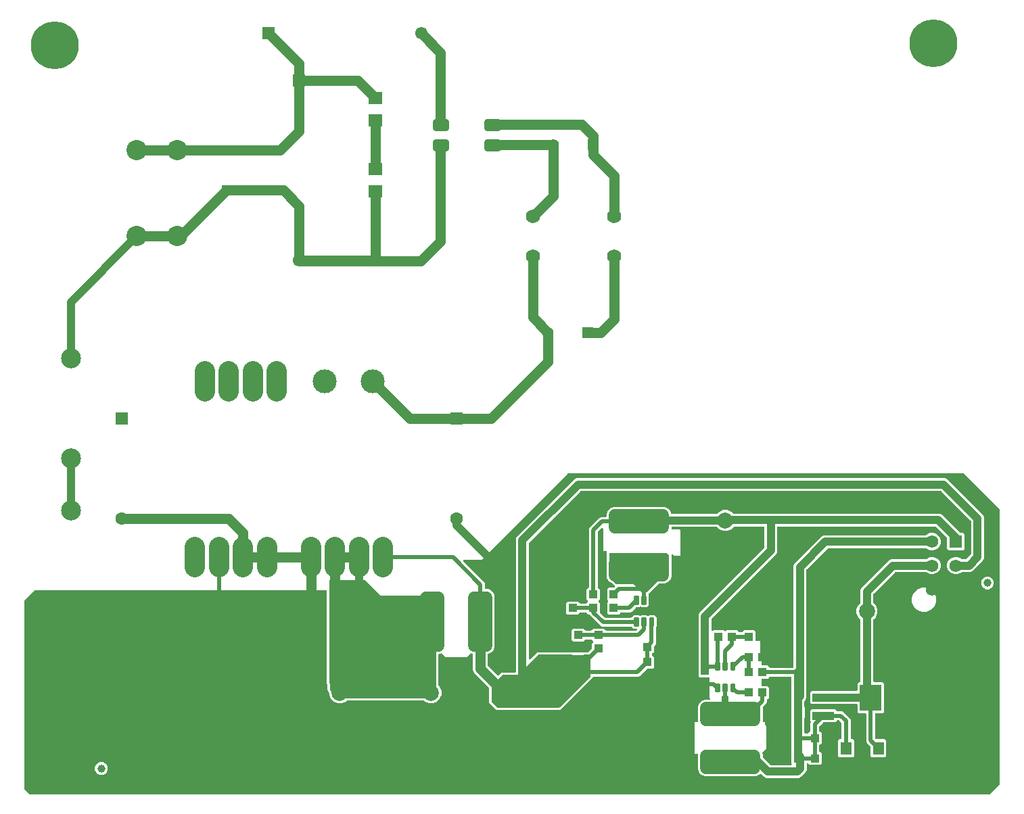
<source format=gbr>
G04 EAGLE Gerber RS-274X export*
G75*
%MOMM*%
%FSLAX34Y34*%
%LPD*%
%INTop Copper*%
%IPPOS*%
%AMOC8*
5,1,8,0,0,1.08239X$1,22.5*%
G01*
%ADD10R,1.550000X1.550000*%
%ADD11C,1.550000*%
%ADD12R,1.400000X1.400000*%
%ADD13C,1.400000*%
%ADD14C,2.000000*%
%ADD15R,1.100000X1.000000*%
%ADD16R,1.000000X1.100000*%
%ADD17C,0.775000*%
%ADD18R,1.400000X1.640000*%
%ADD19C,1.000000*%
%ADD20R,2.700000X3.300000*%
%ADD21R,2.700000X1.000000*%
%ADD22C,0.300000*%
%ADD23C,1.762000*%
%ADD24C,6.000000*%
%ADD25R,1.803000X1.600000*%
%ADD26C,2.500000*%
%ADD27C,3.000000*%
%ADD28C,2.540000*%
%ADD29R,1.570000X1.570000*%
%ADD30C,1.570000*%
%ADD31R,1.300000X1.300000*%
%ADD32C,1.300000*%
%ADD33C,1.500000*%
%ADD34R,1.500000X1.500000*%
%ADD35C,1.600000*%
%ADD36C,2.500000*%
%ADD37C,1.270000*%
%ADD38C,1.016000*%
%ADD39C,0.508000*%
%ADD40C,0.254000*%
%ADD41C,0.812800*%

G36*
X1219287Y11697D02*
X1219287Y11697D01*
X1219374Y11700D01*
X1219427Y11717D01*
X1219482Y11725D01*
X1219561Y11760D01*
X1219645Y11787D01*
X1219684Y11815D01*
X1219741Y11841D01*
X1219854Y11937D01*
X1219918Y11982D01*
X1232618Y24682D01*
X1232670Y24752D01*
X1232730Y24816D01*
X1232756Y24865D01*
X1232789Y24909D01*
X1232820Y24991D01*
X1232860Y25069D01*
X1232868Y25117D01*
X1232890Y25175D01*
X1232902Y25323D01*
X1232915Y25400D01*
X1232915Y368300D01*
X1232903Y368387D01*
X1232900Y368474D01*
X1232883Y368527D01*
X1232875Y368582D01*
X1232840Y368661D01*
X1232813Y368745D01*
X1232785Y368784D01*
X1232759Y368841D01*
X1232663Y368954D01*
X1232618Y369018D01*
X1188168Y413468D01*
X1188098Y413520D01*
X1188034Y413580D01*
X1187985Y413606D01*
X1187941Y413639D01*
X1187859Y413670D01*
X1187781Y413710D01*
X1187734Y413718D01*
X1187675Y413740D01*
X1187527Y413752D01*
X1187450Y413765D01*
X692150Y413765D01*
X692063Y413753D01*
X691976Y413750D01*
X691923Y413733D01*
X691869Y413725D01*
X691789Y413690D01*
X691705Y413663D01*
X691666Y413635D01*
X691609Y413609D01*
X691496Y413513D01*
X691432Y413468D01*
X583780Y305815D01*
X561722Y305815D01*
X561692Y305811D01*
X561663Y305814D01*
X561552Y305791D01*
X561440Y305775D01*
X561413Y305763D01*
X561385Y305758D01*
X561284Y305706D01*
X561181Y305659D01*
X561158Y305640D01*
X561132Y305627D01*
X561050Y305549D01*
X560964Y305476D01*
X560947Y305451D01*
X560926Y305431D01*
X560869Y305333D01*
X560806Y305239D01*
X560797Y305211D01*
X560782Y305186D01*
X560755Y305076D01*
X560720Y304968D01*
X560720Y304938D01*
X560712Y304910D01*
X560716Y304797D01*
X560713Y304684D01*
X560720Y304655D01*
X560721Y304626D01*
X560756Y304518D01*
X560785Y304409D01*
X560800Y304383D01*
X560809Y304355D01*
X560854Y304292D01*
X560930Y304164D01*
X560976Y304121D01*
X561004Y304082D01*
X587147Y277939D01*
X587991Y275902D01*
X587991Y270116D01*
X587999Y270058D01*
X587997Y270000D01*
X588019Y269918D01*
X588031Y269834D01*
X588054Y269781D01*
X588069Y269725D01*
X588112Y269652D01*
X588147Y269575D01*
X588185Y269530D01*
X588214Y269480D01*
X588276Y269422D01*
X588330Y269358D01*
X588379Y269326D01*
X588422Y269286D01*
X588497Y269247D01*
X588567Y269200D01*
X588623Y269183D01*
X588675Y269156D01*
X588743Y269145D01*
X588838Y269115D01*
X588938Y269112D01*
X589006Y269101D01*
X592039Y269101D01*
X595898Y267502D01*
X598852Y264548D01*
X600451Y260689D01*
X600451Y196511D01*
X598852Y192652D01*
X595898Y189698D01*
X592427Y188260D01*
X592426Y188259D01*
X592425Y188259D01*
X592352Y188216D01*
X592277Y188182D01*
X592234Y188146D01*
X592183Y188116D01*
X592182Y188115D01*
X592180Y188114D01*
X592119Y188049D01*
X592060Y187999D01*
X592031Y187955D01*
X591987Y187909D01*
X591987Y187908D01*
X591986Y187907D01*
X591943Y187824D01*
X591902Y187762D01*
X591887Y187714D01*
X591857Y187656D01*
X591857Y187655D01*
X591856Y187653D01*
X591854Y187639D01*
X591838Y187560D01*
X591816Y187491D01*
X591815Y187443D01*
X591802Y187377D01*
X591805Y187347D01*
X591801Y187322D01*
X591801Y173684D01*
X591813Y173597D01*
X591816Y173510D01*
X591833Y173457D01*
X591841Y173402D01*
X591876Y173322D01*
X591903Y173239D01*
X591931Y173200D01*
X591957Y173143D01*
X592053Y173030D01*
X592098Y172966D01*
X604040Y161024D01*
X604086Y160989D01*
X604127Y160947D01*
X604200Y160904D01*
X604267Y160853D01*
X604321Y160833D01*
X604372Y160803D01*
X604454Y160782D01*
X604532Y160752D01*
X604591Y160747D01*
X604647Y160733D01*
X604732Y160736D01*
X604816Y160729D01*
X604873Y160740D01*
X604932Y160742D01*
X605012Y160768D01*
X605095Y160785D01*
X605146Y160811D01*
X605202Y160829D01*
X605258Y160870D01*
X605347Y160916D01*
X605419Y160984D01*
X605475Y161024D01*
X606048Y161597D01*
X608996Y164545D01*
X625904Y164545D01*
X625962Y164553D01*
X626020Y164551D01*
X626102Y164573D01*
X626186Y164585D01*
X626239Y164608D01*
X626295Y164623D01*
X626368Y164666D01*
X626445Y164701D01*
X626490Y164739D01*
X626540Y164768D01*
X626598Y164830D01*
X626662Y164884D01*
X626694Y164933D01*
X626734Y164976D01*
X626773Y165051D01*
X626820Y165121D01*
X626837Y165177D01*
X626864Y165229D01*
X626875Y165297D01*
X626905Y165392D01*
X626908Y165492D01*
X626919Y165560D01*
X626919Y331807D01*
X628150Y334777D01*
X700273Y406900D01*
X703243Y408131D01*
X1164057Y408131D01*
X1167027Y406900D01*
X1211750Y362177D01*
X1212981Y359207D01*
X1212981Y307693D01*
X1211750Y304723D01*
X1198627Y291600D01*
X1195657Y290369D01*
X1185385Y290369D01*
X1185298Y290357D01*
X1185211Y290354D01*
X1185158Y290337D01*
X1185104Y290329D01*
X1185024Y290294D01*
X1184941Y290267D01*
X1184901Y290239D01*
X1184844Y290213D01*
X1184731Y290117D01*
X1184667Y290072D01*
X1183847Y289251D01*
X1179858Y287599D01*
X1175542Y287599D01*
X1171553Y289251D01*
X1168501Y292303D01*
X1166849Y296292D01*
X1166849Y300608D01*
X1168501Y304597D01*
X1171553Y307649D01*
X1175542Y309301D01*
X1179858Y309301D01*
X1183847Y307649D01*
X1184667Y306828D01*
X1184737Y306776D01*
X1184801Y306716D01*
X1184850Y306690D01*
X1184894Y306657D01*
X1184976Y306626D01*
X1185054Y306586D01*
X1185102Y306578D01*
X1185160Y306556D01*
X1185308Y306544D01*
X1185385Y306531D01*
X1190282Y306531D01*
X1190369Y306543D01*
X1190456Y306546D01*
X1190509Y306563D01*
X1190564Y306571D01*
X1190644Y306606D01*
X1190727Y306633D01*
X1190766Y306661D01*
X1190823Y306687D01*
X1190937Y306783D01*
X1191000Y306828D01*
X1196522Y312350D01*
X1196574Y312420D01*
X1196634Y312483D01*
X1196660Y312533D01*
X1196693Y312577D01*
X1196724Y312659D01*
X1196764Y312737D01*
X1196772Y312784D01*
X1196794Y312843D01*
X1196806Y312990D01*
X1196819Y313068D01*
X1196819Y353832D01*
X1196811Y353889D01*
X1196813Y353940D01*
X1196805Y353968D01*
X1196804Y354006D01*
X1196787Y354059D01*
X1196779Y354114D01*
X1196750Y354179D01*
X1196741Y354215D01*
X1196732Y354231D01*
X1196717Y354277D01*
X1196689Y354316D01*
X1196663Y354373D01*
X1196609Y354437D01*
X1196596Y354460D01*
X1196568Y354486D01*
X1196567Y354487D01*
X1196522Y354550D01*
X1159400Y391672D01*
X1159330Y391724D01*
X1159267Y391784D01*
X1159217Y391810D01*
X1159173Y391843D01*
X1159091Y391874D01*
X1159013Y391914D01*
X1158966Y391922D01*
X1158907Y391944D01*
X1158760Y391956D01*
X1158682Y391969D01*
X708618Y391969D01*
X708531Y391957D01*
X708444Y391954D01*
X708391Y391937D01*
X708336Y391929D01*
X708256Y391894D01*
X708173Y391867D01*
X708134Y391839D01*
X708077Y391813D01*
X707963Y391717D01*
X707900Y391672D01*
X643378Y327150D01*
X643326Y327080D01*
X643266Y327017D01*
X643240Y326967D01*
X643207Y326923D01*
X643176Y326841D01*
X643136Y326763D01*
X643128Y326716D01*
X643106Y326657D01*
X643101Y326601D01*
X643095Y326580D01*
X643093Y326504D01*
X643081Y326432D01*
X643081Y182031D01*
X643085Y182002D01*
X643082Y181972D01*
X643105Y181861D01*
X643121Y181749D01*
X643133Y181722D01*
X643138Y181694D01*
X643190Y181593D01*
X643237Y181490D01*
X643256Y181467D01*
X643269Y181441D01*
X643347Y181359D01*
X643420Y181273D01*
X643445Y181256D01*
X643465Y181235D01*
X643563Y181178D01*
X643657Y181115D01*
X643685Y181106D01*
X643710Y181092D01*
X643820Y181064D01*
X643928Y181029D01*
X643958Y181029D01*
X643986Y181021D01*
X644099Y181025D01*
X644212Y181022D01*
X644241Y181030D01*
X644270Y181030D01*
X644378Y181065D01*
X644487Y181094D01*
X644513Y181109D01*
X644541Y181118D01*
X644604Y181163D01*
X644732Y181239D01*
X644775Y181285D01*
X644814Y181313D01*
X653446Y189945D01*
X717238Y189945D01*
X717325Y189957D01*
X717412Y189960D01*
X717465Y189977D01*
X717520Y189985D01*
X717600Y190020D01*
X717683Y190047D01*
X717722Y190075D01*
X717779Y190101D01*
X717893Y190197D01*
X717956Y190242D01*
X721452Y193738D01*
X721461Y193750D01*
X721466Y193754D01*
X721480Y193775D01*
X721504Y193807D01*
X721564Y193871D01*
X721590Y193921D01*
X721623Y193965D01*
X721654Y194047D01*
X721694Y194124D01*
X721702Y194172D01*
X721724Y194231D01*
X721736Y194378D01*
X721749Y194456D01*
X721749Y200943D01*
X723288Y202482D01*
X723324Y202529D01*
X723366Y202569D01*
X723409Y202642D01*
X723459Y202709D01*
X723480Y202764D01*
X723510Y202814D01*
X723530Y202896D01*
X723561Y202975D01*
X723565Y203033D01*
X723580Y203090D01*
X723577Y203174D01*
X723584Y203258D01*
X723573Y203316D01*
X723571Y203374D01*
X723545Y203454D01*
X723528Y203537D01*
X723501Y203589D01*
X723483Y203645D01*
X723443Y203701D01*
X723397Y203789D01*
X723329Y203862D01*
X723288Y203918D01*
X721671Y205536D01*
X721628Y205608D01*
X721593Y205685D01*
X721555Y205730D01*
X721526Y205780D01*
X721464Y205838D01*
X721410Y205902D01*
X721361Y205934D01*
X721318Y205974D01*
X721243Y206013D01*
X721173Y206060D01*
X721117Y206077D01*
X721065Y206104D01*
X720997Y206115D01*
X720902Y206145D01*
X720802Y206148D01*
X720734Y206159D01*
X714366Y206159D01*
X714308Y206151D01*
X714250Y206153D01*
X714168Y206131D01*
X714084Y206119D01*
X714031Y206096D01*
X713975Y206081D01*
X713902Y206038D01*
X713825Y206003D01*
X713780Y205965D01*
X713730Y205936D01*
X713672Y205874D01*
X713608Y205820D01*
X713576Y205771D01*
X713536Y205728D01*
X713497Y205653D01*
X713450Y205583D01*
X713438Y205545D01*
X711593Y203699D01*
X698107Y203699D01*
X696349Y205457D01*
X696349Y217943D01*
X698107Y219701D01*
X711593Y219701D01*
X713429Y217864D01*
X713472Y217792D01*
X713507Y217715D01*
X713545Y217670D01*
X713574Y217620D01*
X713636Y217562D01*
X713690Y217498D01*
X713739Y217466D01*
X713782Y217426D01*
X713857Y217387D01*
X713927Y217340D01*
X713983Y217323D01*
X714035Y217296D01*
X714103Y217285D01*
X714198Y217255D01*
X714298Y217252D01*
X714366Y217241D01*
X720734Y217241D01*
X720792Y217249D01*
X720850Y217247D01*
X720932Y217269D01*
X721016Y217281D01*
X721069Y217304D01*
X721125Y217319D01*
X721198Y217362D01*
X721275Y217397D01*
X721320Y217435D01*
X721370Y217464D01*
X721428Y217526D01*
X721492Y217580D01*
X721524Y217629D01*
X721564Y217672D01*
X721603Y217747D01*
X721650Y217817D01*
X721662Y217855D01*
X723507Y219701D01*
X736993Y219701D01*
X738829Y217864D01*
X738872Y217792D01*
X738907Y217715D01*
X738945Y217670D01*
X738974Y217620D01*
X739036Y217562D01*
X739090Y217498D01*
X739139Y217466D01*
X739182Y217426D01*
X739257Y217387D01*
X739327Y217340D01*
X739383Y217323D01*
X739435Y217296D01*
X739503Y217285D01*
X739598Y217255D01*
X739698Y217252D01*
X739766Y217241D01*
X777944Y217241D01*
X778031Y217253D01*
X778118Y217256D01*
X778171Y217273D01*
X778226Y217281D01*
X778305Y217316D01*
X778388Y217343D01*
X778428Y217371D01*
X778485Y217397D01*
X778598Y217492D01*
X778662Y217538D01*
X778690Y217566D01*
X778699Y217578D01*
X778702Y217580D01*
X778709Y217590D01*
X778730Y217609D01*
X778793Y217703D01*
X778861Y217793D01*
X778872Y217820D01*
X778888Y217845D01*
X778922Y217953D01*
X778962Y218058D01*
X778965Y218088D01*
X778974Y218116D01*
X778977Y218229D01*
X778986Y218342D01*
X778980Y218371D01*
X778981Y218400D01*
X778953Y218510D01*
X778930Y218620D01*
X778917Y218647D01*
X778909Y218675D01*
X778852Y218772D01*
X778800Y218873D01*
X778779Y218894D01*
X778764Y218920D01*
X778682Y218997D01*
X778604Y219079D01*
X778578Y219094D01*
X778557Y219114D01*
X778456Y219166D01*
X778359Y219223D01*
X778330Y219230D01*
X778304Y219244D01*
X778226Y219257D01*
X778083Y219293D01*
X778020Y219291D01*
X777972Y219299D01*
X774536Y219299D01*
X771873Y221962D01*
X771803Y222014D01*
X771739Y222074D01*
X771690Y222100D01*
X771646Y222133D01*
X771564Y222164D01*
X771486Y222204D01*
X771439Y222212D01*
X771380Y222234D01*
X771233Y222246D01*
X771155Y222259D01*
X735028Y222259D01*
X732991Y223103D01*
X719196Y236898D01*
X719137Y236998D01*
X719066Y237117D01*
X719065Y237118D01*
X719064Y237120D01*
X718960Y237218D01*
X718860Y237312D01*
X718858Y237313D01*
X718857Y237314D01*
X718733Y237377D01*
X718607Y237443D01*
X718605Y237443D01*
X718604Y237444D01*
X718589Y237446D01*
X718328Y237498D01*
X718297Y237495D01*
X718273Y237499D01*
X717157Y237499D01*
X715321Y239336D01*
X715278Y239408D01*
X715243Y239485D01*
X715205Y239530D01*
X715176Y239580D01*
X715114Y239638D01*
X715060Y239702D01*
X715011Y239734D01*
X714968Y239774D01*
X714893Y239813D01*
X714823Y239860D01*
X714767Y239877D01*
X714715Y239904D01*
X714647Y239915D01*
X714552Y239945D01*
X714452Y239948D01*
X714384Y239959D01*
X708016Y239959D01*
X707958Y239951D01*
X707900Y239953D01*
X707818Y239931D01*
X707734Y239919D01*
X707681Y239896D01*
X707625Y239881D01*
X707552Y239838D01*
X707475Y239803D01*
X707430Y239765D01*
X707380Y239736D01*
X707322Y239674D01*
X707258Y239620D01*
X707226Y239571D01*
X707186Y239528D01*
X707147Y239453D01*
X707100Y239383D01*
X707088Y239345D01*
X705243Y237499D01*
X691757Y237499D01*
X689999Y239257D01*
X689999Y251743D01*
X691757Y253501D01*
X705243Y253501D01*
X707079Y251664D01*
X707122Y251592D01*
X707157Y251515D01*
X707195Y251470D01*
X707224Y251420D01*
X707286Y251362D01*
X707340Y251298D01*
X707389Y251266D01*
X707432Y251226D01*
X707507Y251187D01*
X707577Y251140D01*
X707633Y251123D01*
X707685Y251096D01*
X707753Y251085D01*
X707848Y251055D01*
X707948Y251052D01*
X708016Y251041D01*
X714384Y251041D01*
X714442Y251049D01*
X714500Y251047D01*
X714582Y251069D01*
X714666Y251081D01*
X714719Y251104D01*
X714775Y251119D01*
X714848Y251162D01*
X714925Y251197D01*
X714970Y251235D01*
X715020Y251264D01*
X715078Y251326D01*
X715142Y251380D01*
X715174Y251429D01*
X715214Y251472D01*
X715253Y251547D01*
X715300Y251617D01*
X715312Y251655D01*
X716938Y253282D01*
X716974Y253329D01*
X717016Y253369D01*
X717059Y253442D01*
X717109Y253509D01*
X717130Y253564D01*
X717160Y253614D01*
X717180Y253696D01*
X717211Y253775D01*
X717215Y253833D01*
X717230Y253890D01*
X717227Y253974D01*
X717234Y254058D01*
X717223Y254116D01*
X717221Y254174D01*
X717195Y254254D01*
X717178Y254337D01*
X717151Y254389D01*
X717133Y254445D01*
X717093Y254501D01*
X717047Y254589D01*
X716979Y254662D01*
X716938Y254718D01*
X715399Y256257D01*
X715399Y268743D01*
X717157Y270501D01*
X717344Y270501D01*
X717402Y270509D01*
X717460Y270507D01*
X717542Y270529D01*
X717626Y270541D01*
X717679Y270564D01*
X717735Y270579D01*
X717808Y270622D01*
X717885Y270657D01*
X717930Y270695D01*
X717980Y270724D01*
X718038Y270786D01*
X718102Y270840D01*
X718134Y270889D01*
X718174Y270932D01*
X718213Y271007D01*
X718260Y271077D01*
X718277Y271133D01*
X718304Y271185D01*
X718315Y271253D01*
X718345Y271348D01*
X718348Y271448D01*
X718359Y271516D01*
X718359Y344002D01*
X719203Y346039D01*
X731711Y358547D01*
X733748Y359391D01*
X739534Y359391D01*
X739592Y359399D01*
X739650Y359397D01*
X739732Y359419D01*
X739816Y359431D01*
X739869Y359454D01*
X739925Y359469D01*
X739998Y359512D01*
X740075Y359547D01*
X740120Y359585D01*
X740170Y359614D01*
X740228Y359676D01*
X740292Y359730D01*
X740324Y359779D01*
X740364Y359822D01*
X740403Y359897D01*
X740450Y359967D01*
X740467Y360023D01*
X740494Y360075D01*
X740505Y360143D01*
X740535Y360238D01*
X740538Y360338D01*
X740549Y360406D01*
X740549Y363439D01*
X742148Y367298D01*
X745102Y370252D01*
X748961Y371851D01*
X813139Y371851D01*
X816998Y370252D01*
X819952Y367298D01*
X821357Y363907D01*
X821357Y363906D01*
X821358Y363905D01*
X821429Y363784D01*
X821501Y363663D01*
X821502Y363662D01*
X821503Y363660D01*
X821607Y363563D01*
X821708Y363467D01*
X821709Y363467D01*
X821710Y363466D01*
X821836Y363401D01*
X821960Y363337D01*
X821962Y363337D01*
X821963Y363336D01*
X821978Y363334D01*
X822239Y363282D01*
X822270Y363285D01*
X822295Y363281D01*
X878274Y363281D01*
X878361Y363293D01*
X878448Y363296D01*
X878501Y363313D01*
X878556Y363321D01*
X878636Y363356D01*
X878719Y363383D01*
X878758Y363411D01*
X878815Y363437D01*
X878929Y363533D01*
X878992Y363578D01*
X881636Y366221D01*
X886414Y368201D01*
X891586Y368201D01*
X896364Y366221D01*
X898608Y363978D01*
X898677Y363926D01*
X898741Y363866D01*
X898791Y363840D01*
X898835Y363807D01*
X898917Y363776D01*
X898995Y363736D01*
X899042Y363728D01*
X899101Y363706D01*
X899248Y363694D01*
X899326Y363681D01*
X1157307Y363681D01*
X1160277Y362450D01*
X1183130Y339598D01*
X1183200Y339546D01*
X1183263Y339486D01*
X1183313Y339460D01*
X1183357Y339427D01*
X1183439Y339396D01*
X1183517Y339356D01*
X1183564Y339348D01*
X1183623Y339326D01*
X1183770Y339314D01*
X1183848Y339301D01*
X1186793Y339301D01*
X1188551Y337543D01*
X1188551Y319357D01*
X1186793Y317599D01*
X1168607Y317599D01*
X1166849Y319357D01*
X1166849Y332602D01*
X1166837Y332689D01*
X1166834Y332776D01*
X1166817Y332829D01*
X1166809Y332884D01*
X1166774Y332964D01*
X1166747Y333047D01*
X1166719Y333086D01*
X1166693Y333143D01*
X1166597Y333257D01*
X1166552Y333320D01*
X1152650Y347222D01*
X1152580Y347274D01*
X1152517Y347334D01*
X1152467Y347360D01*
X1152423Y347393D01*
X1152341Y347424D01*
X1152263Y347464D01*
X1152216Y347472D01*
X1152157Y347494D01*
X1152010Y347506D01*
X1151932Y347519D01*
X955246Y347519D01*
X955188Y347511D01*
X955130Y347513D01*
X955048Y347491D01*
X954964Y347479D01*
X954911Y347456D01*
X954855Y347441D01*
X954782Y347398D01*
X954705Y347363D01*
X954660Y347325D01*
X954610Y347296D01*
X954552Y347234D01*
X954488Y347180D01*
X954456Y347131D01*
X954416Y347088D01*
X954377Y347013D01*
X954330Y346943D01*
X954313Y346887D01*
X954286Y346835D01*
X954275Y346767D01*
X954245Y346672D01*
X954242Y346572D01*
X954231Y346504D01*
X954231Y315893D01*
X953000Y312923D01*
X871978Y231900D01*
X871926Y231830D01*
X871866Y231767D01*
X871840Y231717D01*
X871807Y231673D01*
X871776Y231591D01*
X871736Y231513D01*
X871728Y231466D01*
X871706Y231407D01*
X871694Y231260D01*
X871681Y231182D01*
X871681Y217925D01*
X871685Y217896D01*
X871682Y217867D01*
X871705Y217756D01*
X871721Y217644D01*
X871733Y217617D01*
X871738Y217588D01*
X871791Y217488D01*
X871837Y217385D01*
X871856Y217362D01*
X871869Y217336D01*
X871947Y217254D01*
X872020Y217168D01*
X872045Y217151D01*
X872065Y217130D01*
X872163Y217073D01*
X872257Y217010D01*
X872285Y217001D01*
X872310Y216986D01*
X872420Y216958D01*
X872528Y216924D01*
X872558Y216923D01*
X872586Y216916D01*
X872699Y216920D01*
X872812Y216917D01*
X872841Y216924D01*
X872870Y216925D01*
X872978Y216960D01*
X873087Y216989D01*
X873113Y217004D01*
X873141Y217013D01*
X873205Y217058D01*
X873332Y217134D01*
X873375Y217180D01*
X873414Y217208D01*
X874257Y218051D01*
X886743Y218051D01*
X888282Y216512D01*
X888329Y216476D01*
X888369Y216434D01*
X888442Y216391D01*
X888509Y216341D01*
X888564Y216320D01*
X888614Y216290D01*
X888696Y216270D01*
X888775Y216239D01*
X888833Y216235D01*
X888890Y216220D01*
X888974Y216223D01*
X889058Y216216D01*
X889116Y216227D01*
X889174Y216229D01*
X889254Y216255D01*
X889337Y216272D01*
X889389Y216299D01*
X889445Y216317D01*
X889501Y216357D01*
X889589Y216403D01*
X889662Y216471D01*
X889718Y216512D01*
X891257Y218051D01*
X903743Y218051D01*
X905501Y216293D01*
X905501Y216106D01*
X905509Y216048D01*
X905507Y215990D01*
X905529Y215908D01*
X905541Y215824D01*
X905564Y215771D01*
X905579Y215715D01*
X905622Y215642D01*
X905657Y215565D01*
X905695Y215520D01*
X905724Y215470D01*
X905786Y215412D01*
X905840Y215348D01*
X905889Y215316D01*
X905932Y215276D01*
X906007Y215237D01*
X906077Y215190D01*
X906133Y215173D01*
X906185Y215146D01*
X906253Y215135D01*
X906348Y215105D01*
X906448Y215102D01*
X906516Y215091D01*
X909584Y215091D01*
X909642Y215099D01*
X909700Y215097D01*
X909782Y215119D01*
X909866Y215131D01*
X909919Y215154D01*
X909975Y215169D01*
X910048Y215212D01*
X910125Y215247D01*
X910170Y215285D01*
X910220Y215314D01*
X910278Y215376D01*
X910342Y215430D01*
X910374Y215479D01*
X910414Y215522D01*
X910453Y215597D01*
X910500Y215667D01*
X910517Y215723D01*
X910544Y215775D01*
X910555Y215843D01*
X910585Y215938D01*
X910588Y216038D01*
X910599Y216106D01*
X910599Y216293D01*
X912357Y218051D01*
X924843Y218051D01*
X926601Y216293D01*
X926601Y204851D01*
X926609Y204793D01*
X926607Y204735D01*
X926629Y204653D01*
X926641Y204569D01*
X926664Y204516D01*
X926679Y204460D01*
X926722Y204387D01*
X926757Y204310D01*
X926795Y204265D01*
X926824Y204215D01*
X926886Y204157D01*
X926940Y204093D01*
X926989Y204061D01*
X927032Y204021D01*
X927107Y203982D01*
X927177Y203935D01*
X927233Y203918D01*
X927285Y203891D01*
X927353Y203880D01*
X927448Y203850D01*
X927548Y203847D01*
X927616Y203836D01*
X933713Y203836D01*
X934086Y203463D01*
X934086Y174616D01*
X934094Y174558D01*
X934092Y174500D01*
X934114Y174418D01*
X934126Y174334D01*
X934149Y174281D01*
X934164Y174225D01*
X934207Y174152D01*
X934242Y174075D01*
X934280Y174030D01*
X934309Y173980D01*
X934371Y173922D01*
X934425Y173858D01*
X934474Y173826D01*
X934517Y173786D01*
X934592Y173747D01*
X934662Y173700D01*
X934718Y173683D01*
X934770Y173656D01*
X934838Y173645D01*
X934933Y173615D01*
X935033Y173612D01*
X935101Y173601D01*
X941843Y173601D01*
X943601Y171843D01*
X943601Y171656D01*
X943609Y171598D01*
X943607Y171540D01*
X943629Y171458D01*
X943641Y171374D01*
X943664Y171321D01*
X943679Y171265D01*
X943722Y171192D01*
X943757Y171115D01*
X943795Y171070D01*
X943824Y171020D01*
X943886Y170962D01*
X943940Y170898D01*
X943989Y170866D01*
X944032Y170826D01*
X944107Y170787D01*
X944177Y170740D01*
X944233Y170723D01*
X944285Y170696D01*
X944353Y170685D01*
X944448Y170655D01*
X944548Y170652D01*
X944616Y170641D01*
X973494Y170641D01*
X973552Y170649D01*
X973610Y170647D01*
X973692Y170669D01*
X973776Y170681D01*
X973829Y170704D01*
X973885Y170719D01*
X973958Y170762D01*
X974035Y170797D01*
X974080Y170835D01*
X974130Y170864D01*
X974188Y170926D01*
X974252Y170980D01*
X974284Y171029D01*
X974324Y171072D01*
X974363Y171147D01*
X974410Y171217D01*
X974427Y171273D01*
X974454Y171325D01*
X974465Y171393D01*
X974495Y171488D01*
X974498Y171588D01*
X974509Y171656D01*
X974509Y298397D01*
X975740Y301367D01*
X1009673Y335300D01*
X1012643Y336531D01*
X1140015Y336531D01*
X1140102Y336543D01*
X1140189Y336546D01*
X1140242Y336563D01*
X1140296Y336571D01*
X1140376Y336606D01*
X1140459Y336633D01*
X1140499Y336661D01*
X1140556Y336687D01*
X1140669Y336783D01*
X1140733Y336828D01*
X1141553Y337649D01*
X1145542Y339301D01*
X1149858Y339301D01*
X1153847Y337649D01*
X1156899Y334597D01*
X1158551Y330608D01*
X1158551Y326292D01*
X1156899Y322303D01*
X1153847Y319251D01*
X1149858Y317599D01*
X1145542Y317599D01*
X1141553Y319251D01*
X1140733Y320072D01*
X1140663Y320124D01*
X1140599Y320184D01*
X1140550Y320210D01*
X1140506Y320243D01*
X1140424Y320274D01*
X1140346Y320314D01*
X1140298Y320322D01*
X1140240Y320344D01*
X1140092Y320356D01*
X1140015Y320369D01*
X1018018Y320369D01*
X1017931Y320357D01*
X1017844Y320354D01*
X1017791Y320337D01*
X1017736Y320329D01*
X1017656Y320294D01*
X1017573Y320267D01*
X1017534Y320239D01*
X1017477Y320213D01*
X1017363Y320117D01*
X1017300Y320072D01*
X990968Y293740D01*
X990916Y293670D01*
X990856Y293607D01*
X990830Y293557D01*
X990797Y293513D01*
X990766Y293431D01*
X990726Y293353D01*
X990718Y293306D01*
X990696Y293247D01*
X990684Y293100D01*
X990671Y293022D01*
X990671Y133403D01*
X989440Y130433D01*
X988428Y129420D01*
X988376Y129350D01*
X988316Y129287D01*
X988290Y129237D01*
X988257Y129193D01*
X988226Y129111D01*
X988186Y129033D01*
X988178Y128986D01*
X988156Y128927D01*
X988144Y128780D01*
X988131Y128702D01*
X988131Y121383D01*
X988143Y121297D01*
X988146Y121209D01*
X988163Y121157D01*
X988171Y121102D01*
X988206Y121022D01*
X988233Y120939D01*
X988261Y120900D01*
X988287Y120843D01*
X988383Y120729D01*
X988405Y120698D01*
X988406Y120696D01*
X988407Y120695D01*
X988428Y120666D01*
X988551Y120543D01*
X988551Y108057D01*
X988428Y107934D01*
X988376Y107865D01*
X988316Y107801D01*
X988290Y107751D01*
X988257Y107707D01*
X988226Y107626D01*
X988186Y107548D01*
X988178Y107500D01*
X988156Y107442D01*
X988144Y107294D01*
X988131Y107217D01*
X988131Y89633D01*
X988143Y89547D01*
X988146Y89459D01*
X988163Y89407D01*
X988171Y89352D01*
X988206Y89272D01*
X988233Y89189D01*
X988261Y89150D01*
X988287Y89093D01*
X988383Y88979D01*
X988428Y88916D01*
X988629Y88714D01*
X988672Y88642D01*
X988707Y88565D01*
X988745Y88520D01*
X988774Y88470D01*
X988836Y88412D01*
X988890Y88348D01*
X988939Y88316D01*
X988982Y88276D01*
X989057Y88237D01*
X989127Y88190D01*
X989183Y88173D01*
X989235Y88146D01*
X989303Y88135D01*
X989398Y88105D01*
X989498Y88102D01*
X989566Y88091D01*
X991634Y88091D01*
X991692Y88099D01*
X991750Y88097D01*
X991832Y88119D01*
X991916Y88131D01*
X991969Y88154D01*
X992025Y88169D01*
X992098Y88212D01*
X992175Y88247D01*
X992220Y88285D01*
X992270Y88314D01*
X992328Y88376D01*
X992392Y88430D01*
X992424Y88479D01*
X992464Y88522D01*
X992503Y88597D01*
X992550Y88667D01*
X992562Y88705D01*
X994407Y90551D01*
X994594Y90551D01*
X994652Y90559D01*
X994710Y90557D01*
X994792Y90579D01*
X994876Y90591D01*
X994929Y90614D01*
X994985Y90629D01*
X995058Y90672D01*
X995135Y90707D01*
X995180Y90745D01*
X995230Y90774D01*
X995288Y90836D01*
X995352Y90890D01*
X995384Y90939D01*
X995424Y90982D01*
X995463Y91057D01*
X995510Y91127D01*
X995527Y91183D01*
X995554Y91235D01*
X995565Y91303D01*
X995595Y91398D01*
X995598Y91498D01*
X995609Y91566D01*
X995609Y100702D01*
X996285Y102335D01*
X996286Y102336D01*
X996287Y102337D01*
X996322Y102475D01*
X996356Y102610D01*
X996356Y102611D01*
X996357Y102613D01*
X996352Y102754D01*
X996348Y102894D01*
X996348Y102896D01*
X996348Y102897D01*
X996304Y103033D01*
X996262Y103165D01*
X996261Y103166D01*
X996260Y103168D01*
X996251Y103180D01*
X996103Y103401D01*
X996080Y103421D01*
X996065Y103441D01*
X995399Y104107D01*
X995399Y116593D01*
X997157Y118351D01*
X1026643Y118351D01*
X1028479Y116514D01*
X1028522Y116442D01*
X1028557Y116365D01*
X1028595Y116320D01*
X1028624Y116270D01*
X1028686Y116212D01*
X1028740Y116148D01*
X1028789Y116116D01*
X1028832Y116076D01*
X1028907Y116037D01*
X1028977Y115990D01*
X1029033Y115973D01*
X1029085Y115946D01*
X1029153Y115935D01*
X1029248Y115905D01*
X1029348Y115902D01*
X1029416Y115891D01*
X1035022Y115891D01*
X1037059Y115047D01*
X1044997Y107109D01*
X1045841Y105072D01*
X1045841Y82066D01*
X1045849Y82008D01*
X1045847Y81950D01*
X1045869Y81868D01*
X1045881Y81784D01*
X1045904Y81731D01*
X1045919Y81675D01*
X1045962Y81602D01*
X1045997Y81525D01*
X1046035Y81480D01*
X1046064Y81430D01*
X1046126Y81372D01*
X1046180Y81308D01*
X1046229Y81276D01*
X1046272Y81236D01*
X1046347Y81197D01*
X1046417Y81150D01*
X1046473Y81133D01*
X1046525Y81106D01*
X1046593Y81095D01*
X1046688Y81065D01*
X1046788Y81062D01*
X1046856Y81051D01*
X1048543Y81051D01*
X1050301Y79293D01*
X1050301Y60407D01*
X1048543Y58649D01*
X1032057Y58649D01*
X1030299Y60407D01*
X1030299Y79293D01*
X1032057Y81051D01*
X1033744Y81051D01*
X1033802Y81059D01*
X1033860Y81057D01*
X1033942Y81079D01*
X1034026Y81091D01*
X1034079Y81114D01*
X1034135Y81129D01*
X1034208Y81172D01*
X1034285Y81207D01*
X1034330Y81245D01*
X1034380Y81274D01*
X1034438Y81336D01*
X1034502Y81390D01*
X1034534Y81439D01*
X1034574Y81482D01*
X1034613Y81557D01*
X1034660Y81627D01*
X1034677Y81683D01*
X1034704Y81735D01*
X1034715Y81803D01*
X1034745Y81898D01*
X1034748Y81998D01*
X1034759Y82066D01*
X1034759Y101254D01*
X1034747Y101341D01*
X1034744Y101428D01*
X1034727Y101481D01*
X1034719Y101536D01*
X1034684Y101616D01*
X1034657Y101699D01*
X1034629Y101738D01*
X1034603Y101795D01*
X1034507Y101909D01*
X1034462Y101972D01*
X1031922Y104512D01*
X1031853Y104564D01*
X1031789Y104624D01*
X1031739Y104650D01*
X1031695Y104683D01*
X1031613Y104714D01*
X1031535Y104754D01*
X1031488Y104762D01*
X1031429Y104784D01*
X1031282Y104796D01*
X1031204Y104809D01*
X1029416Y104809D01*
X1029358Y104801D01*
X1029300Y104803D01*
X1029218Y104781D01*
X1029134Y104769D01*
X1029081Y104746D01*
X1029025Y104731D01*
X1028952Y104688D01*
X1028875Y104653D01*
X1028830Y104615D01*
X1028780Y104586D01*
X1028722Y104524D01*
X1028658Y104470D01*
X1028626Y104421D01*
X1028586Y104378D01*
X1028547Y104303D01*
X1028500Y104233D01*
X1028488Y104195D01*
X1026643Y102349D01*
X1012156Y102349D01*
X1012069Y102337D01*
X1011982Y102334D01*
X1011929Y102317D01*
X1011874Y102309D01*
X1011794Y102274D01*
X1011711Y102247D01*
X1011672Y102219D01*
X1011615Y102193D01*
X1011501Y102097D01*
X1011438Y102052D01*
X1006988Y97602D01*
X1006936Y97533D01*
X1006876Y97469D01*
X1006850Y97419D01*
X1006817Y97375D01*
X1006786Y97293D01*
X1006746Y97215D01*
X1006738Y97168D01*
X1006716Y97109D01*
X1006704Y96962D01*
X1006691Y96884D01*
X1006691Y91566D01*
X1006699Y91508D01*
X1006697Y91450D01*
X1006719Y91368D01*
X1006731Y91284D01*
X1006754Y91231D01*
X1006769Y91175D01*
X1006812Y91102D01*
X1006847Y91025D01*
X1006885Y90980D01*
X1006914Y90930D01*
X1006976Y90872D01*
X1007030Y90808D01*
X1007079Y90776D01*
X1007122Y90736D01*
X1007197Y90697D01*
X1007267Y90650D01*
X1007323Y90633D01*
X1007375Y90606D01*
X1007443Y90595D01*
X1007538Y90565D01*
X1007638Y90562D01*
X1007706Y90551D01*
X1007893Y90551D01*
X1009651Y88793D01*
X1009651Y76307D01*
X1007893Y74549D01*
X1007706Y74549D01*
X1007648Y74541D01*
X1007590Y74543D01*
X1007508Y74521D01*
X1007424Y74509D01*
X1007371Y74486D01*
X1007315Y74471D01*
X1007242Y74428D01*
X1007165Y74393D01*
X1007120Y74355D01*
X1007070Y74326D01*
X1007012Y74264D01*
X1006948Y74210D01*
X1006916Y74161D01*
X1006876Y74118D01*
X1006837Y74043D01*
X1006790Y73973D01*
X1006773Y73917D01*
X1006746Y73865D01*
X1006735Y73797D01*
X1006705Y73702D01*
X1006702Y73602D01*
X1006691Y73534D01*
X1006691Y66166D01*
X1006699Y66108D01*
X1006697Y66050D01*
X1006719Y65968D01*
X1006731Y65884D01*
X1006754Y65831D01*
X1006769Y65775D01*
X1006812Y65702D01*
X1006847Y65625D01*
X1006885Y65580D01*
X1006914Y65530D01*
X1006976Y65472D01*
X1007030Y65408D01*
X1007079Y65376D01*
X1007122Y65336D01*
X1007197Y65297D01*
X1007267Y65250D01*
X1007323Y65233D01*
X1007375Y65206D01*
X1007443Y65195D01*
X1007538Y65165D01*
X1007638Y65162D01*
X1007706Y65151D01*
X1007893Y65151D01*
X1009651Y63393D01*
X1009651Y50907D01*
X1007893Y49149D01*
X994407Y49149D01*
X992794Y50762D01*
X992770Y50780D01*
X992751Y50802D01*
X992657Y50865D01*
X992567Y50933D01*
X992539Y50944D01*
X992515Y50960D01*
X992407Y50994D01*
X992301Y51035D01*
X992272Y51037D01*
X992244Y51046D01*
X992130Y51049D01*
X992018Y51058D01*
X991989Y51052D01*
X991960Y51053D01*
X991850Y51025D01*
X991739Y51002D01*
X991713Y50989D01*
X991685Y50981D01*
X991587Y50923D01*
X991487Y50871D01*
X991465Y50851D01*
X991440Y50836D01*
X991363Y50754D01*
X991281Y50675D01*
X991266Y50650D01*
X991246Y50629D01*
X991194Y50528D01*
X991137Y50430D01*
X991130Y50402D01*
X991116Y50376D01*
X991103Y50298D01*
X991067Y50155D01*
X991069Y50092D01*
X991061Y50045D01*
X991061Y42843D01*
X989830Y39873D01*
X983747Y33790D01*
X980777Y32559D01*
X940733Y32559D01*
X937763Y33790D01*
X935347Y36205D01*
X934069Y37483D01*
X934022Y37518D01*
X933982Y37561D01*
X933909Y37603D01*
X933842Y37654D01*
X933787Y37675D01*
X933737Y37704D01*
X933655Y37725D01*
X933576Y37755D01*
X933518Y37760D01*
X933461Y37774D01*
X933377Y37772D01*
X933293Y37779D01*
X933236Y37767D01*
X933177Y37765D01*
X933097Y37739D01*
X933014Y37723D01*
X932962Y37696D01*
X932907Y37678D01*
X932851Y37638D01*
X932762Y37592D01*
X932689Y37523D01*
X932633Y37483D01*
X931298Y36148D01*
X927439Y34549D01*
X863261Y34549D01*
X859402Y36148D01*
X856448Y39102D01*
X854849Y42961D01*
X854849Y61849D01*
X854841Y61907D01*
X854843Y61965D01*
X854821Y62047D01*
X854809Y62131D01*
X854786Y62184D01*
X854771Y62240D01*
X854728Y62313D01*
X854693Y62390D01*
X854655Y62435D01*
X854626Y62485D01*
X854564Y62543D01*
X854510Y62607D01*
X854461Y62639D01*
X854418Y62679D01*
X854343Y62718D01*
X854273Y62765D01*
X854217Y62782D01*
X854165Y62809D01*
X854097Y62820D01*
X854002Y62850D01*
X853902Y62853D01*
X853834Y62864D01*
X850637Y62864D01*
X850264Y63237D01*
X850264Y101863D01*
X850637Y102236D01*
X853834Y102236D01*
X853892Y102244D01*
X853950Y102242D01*
X854032Y102264D01*
X854116Y102276D01*
X854169Y102299D01*
X854225Y102314D01*
X854298Y102357D01*
X854375Y102392D01*
X854420Y102430D01*
X854470Y102459D01*
X854528Y102521D01*
X854592Y102575D01*
X854624Y102624D01*
X854664Y102667D01*
X854703Y102742D01*
X854750Y102812D01*
X854767Y102868D01*
X854794Y102920D01*
X854805Y102988D01*
X854835Y103083D01*
X854838Y103183D01*
X854849Y103251D01*
X854849Y122139D01*
X856448Y125998D01*
X859402Y128952D01*
X863261Y130551D01*
X869399Y130551D01*
X869428Y130555D01*
X869457Y130552D01*
X869569Y130575D01*
X869681Y130591D01*
X869707Y130603D01*
X869736Y130608D01*
X869837Y130661D01*
X869940Y130707D01*
X869962Y130726D01*
X869989Y130739D01*
X870071Y130817D01*
X870157Y130890D01*
X870173Y130915D01*
X870195Y130935D01*
X870252Y131033D01*
X870315Y131127D01*
X870324Y131155D01*
X870338Y131180D01*
X870366Y131290D01*
X870400Y131398D01*
X870401Y131428D01*
X870408Y131456D01*
X870405Y131569D01*
X870408Y131682D01*
X870400Y131711D01*
X870399Y131740D01*
X870365Y131848D01*
X870336Y131957D01*
X870321Y131983D01*
X870312Y132011D01*
X870266Y132075D01*
X870191Y132202D01*
X870145Y132245D01*
X870117Y132284D01*
X869314Y133087D01*
X869314Y157734D01*
X869306Y157792D01*
X869308Y157850D01*
X869286Y157932D01*
X869274Y158016D01*
X869251Y158069D01*
X869236Y158125D01*
X869193Y158198D01*
X869158Y158275D01*
X869120Y158320D01*
X869091Y158370D01*
X869029Y158428D01*
X868975Y158492D01*
X868926Y158524D01*
X868883Y158564D01*
X868808Y158603D01*
X868738Y158650D01*
X868682Y158667D01*
X868630Y158694D01*
X868562Y158705D01*
X868467Y158735D01*
X868367Y158738D01*
X868299Y158749D01*
X857357Y158749D01*
X855599Y160507D01*
X855599Y165248D01*
X855595Y165278D01*
X855597Y165309D01*
X855580Y165385D01*
X855559Y165529D01*
X855533Y165588D01*
X855522Y165636D01*
X855519Y165643D01*
X855519Y236557D01*
X856750Y239527D01*
X937772Y320550D01*
X937824Y320620D01*
X937884Y320683D01*
X937910Y320733D01*
X937943Y320777D01*
X937974Y320859D01*
X938014Y320937D01*
X938022Y320984D01*
X938044Y321043D01*
X938054Y321165D01*
X938055Y321168D01*
X938056Y321183D01*
X938056Y321190D01*
X938069Y321268D01*
X938069Y346504D01*
X938061Y346562D01*
X938063Y346620D01*
X938041Y346702D01*
X938029Y346786D01*
X938006Y346839D01*
X937991Y346895D01*
X937948Y346968D01*
X937913Y347045D01*
X937875Y347090D01*
X937846Y347140D01*
X937784Y347198D01*
X937730Y347262D01*
X937681Y347294D01*
X937638Y347334D01*
X937563Y347373D01*
X937493Y347420D01*
X937437Y347437D01*
X937385Y347464D01*
X937317Y347475D01*
X937222Y347505D01*
X937122Y347508D01*
X937054Y347519D01*
X900126Y347519D01*
X900039Y347507D01*
X899952Y347504D01*
X899899Y347487D01*
X899844Y347479D01*
X899764Y347444D01*
X899681Y347417D01*
X899642Y347389D01*
X899585Y347363D01*
X899471Y347267D01*
X899408Y347222D01*
X896364Y344179D01*
X891586Y342199D01*
X886414Y342199D01*
X881636Y344179D01*
X878992Y346822D01*
X878923Y346874D01*
X878859Y346934D01*
X878809Y346960D01*
X878765Y346993D01*
X878683Y347024D01*
X878605Y347064D01*
X878558Y347072D01*
X878499Y347094D01*
X878352Y347106D01*
X878274Y347119D01*
X822566Y347119D01*
X822508Y347111D01*
X822450Y347113D01*
X822368Y347091D01*
X822284Y347079D01*
X822231Y347056D01*
X822175Y347041D01*
X822102Y346998D01*
X822025Y346963D01*
X821980Y346925D01*
X821930Y346896D01*
X821872Y346834D01*
X821808Y346780D01*
X821776Y346731D01*
X821736Y346688D01*
X821697Y346613D01*
X821650Y346543D01*
X821633Y346487D01*
X821606Y346435D01*
X821595Y346367D01*
X821565Y346272D01*
X821562Y346172D01*
X821551Y346104D01*
X821551Y344551D01*
X821559Y344493D01*
X821557Y344435D01*
X821579Y344353D01*
X821591Y344269D01*
X821614Y344216D01*
X821629Y344160D01*
X821672Y344087D01*
X821707Y344010D01*
X821745Y343965D01*
X821774Y343915D01*
X821836Y343857D01*
X821890Y343793D01*
X821939Y343761D01*
X821982Y343721D01*
X822057Y343682D01*
X822127Y343635D01*
X822183Y343618D01*
X822235Y343591D01*
X822303Y343580D01*
X822398Y343550D01*
X822498Y343547D01*
X822566Y343536D01*
X832113Y343536D01*
X832486Y343163D01*
X832486Y310887D01*
X832113Y310514D01*
X825237Y310514D01*
X824567Y311184D01*
X823249Y312502D01*
X823225Y312520D01*
X823206Y312542D01*
X823112Y312605D01*
X823022Y312673D01*
X822994Y312683D01*
X822970Y312700D01*
X822862Y312734D01*
X822756Y312774D01*
X822727Y312777D01*
X822699Y312785D01*
X822585Y312788D01*
X822473Y312798D01*
X822444Y312792D01*
X822415Y312793D01*
X822305Y312764D01*
X822194Y312742D01*
X822168Y312728D01*
X822140Y312721D01*
X822042Y312663D01*
X821942Y312611D01*
X821920Y312591D01*
X821895Y312576D01*
X821818Y312493D01*
X821736Y312415D01*
X821721Y312390D01*
X821701Y312368D01*
X821649Y312268D01*
X821592Y312170D01*
X821585Y312141D01*
X821571Y312115D01*
X821558Y312038D01*
X821522Y311894D01*
X821524Y311832D01*
X821516Y311784D01*
X821516Y303725D01*
X821520Y303694D01*
X821518Y303664D01*
X821535Y303587D01*
X821551Y303478D01*
X821551Y284261D01*
X819952Y280402D01*
X816998Y277448D01*
X813139Y275849D01*
X805922Y275849D01*
X805835Y275837D01*
X805747Y275834D01*
X805695Y275817D01*
X805640Y275809D01*
X805560Y275774D01*
X805477Y275747D01*
X805438Y275719D01*
X805381Y275693D01*
X805267Y275597D01*
X805204Y275552D01*
X793238Y263586D01*
X793186Y263517D01*
X793126Y263453D01*
X793100Y263403D01*
X793067Y263359D01*
X793036Y263277D01*
X792996Y263200D01*
X792988Y263152D01*
X792966Y263094D01*
X792954Y262946D01*
X792941Y262868D01*
X792941Y261545D01*
X792953Y261458D01*
X792956Y261371D01*
X792973Y261318D01*
X792981Y261263D01*
X793016Y261184D01*
X793043Y261100D01*
X793071Y261061D01*
X793097Y261004D01*
X793193Y260891D01*
X793238Y260827D01*
X793401Y260664D01*
X793401Y248936D01*
X790764Y246299D01*
X784036Y246299D01*
X783368Y246967D01*
X783321Y247002D01*
X783281Y247045D01*
X783208Y247087D01*
X783141Y247138D01*
X783086Y247159D01*
X783036Y247188D01*
X782954Y247209D01*
X782875Y247239D01*
X782817Y247244D01*
X782760Y247258D01*
X782676Y247256D01*
X782592Y247263D01*
X782534Y247251D01*
X782476Y247249D01*
X782396Y247223D01*
X782313Y247207D01*
X782261Y247180D01*
X782205Y247162D01*
X782149Y247122D01*
X782061Y247076D01*
X781988Y247007D01*
X781932Y246967D01*
X781264Y246299D01*
X777656Y246299D01*
X777569Y246287D01*
X777482Y246284D01*
X777429Y246267D01*
X777374Y246259D01*
X777294Y246224D01*
X777211Y246197D01*
X777172Y246169D01*
X777115Y246143D01*
X777001Y246047D01*
X776938Y246002D01*
X771739Y240803D01*
X769702Y239959D01*
X758316Y239959D01*
X758258Y239951D01*
X758200Y239953D01*
X758118Y239931D01*
X758034Y239919D01*
X757981Y239896D01*
X757925Y239881D01*
X757852Y239838D01*
X757775Y239803D01*
X757730Y239765D01*
X757680Y239736D01*
X757622Y239674D01*
X757558Y239620D01*
X757526Y239571D01*
X757486Y239528D01*
X757447Y239453D01*
X757400Y239383D01*
X757383Y239327D01*
X757356Y239275D01*
X757345Y239207D01*
X757315Y239112D01*
X757312Y239012D01*
X757301Y238944D01*
X757301Y238757D01*
X755543Y236999D01*
X743057Y236999D01*
X741299Y238757D01*
X741299Y252243D01*
X742338Y253282D01*
X742374Y253329D01*
X742416Y253369D01*
X742459Y253442D01*
X742509Y253509D01*
X742530Y253564D01*
X742560Y253614D01*
X742580Y253696D01*
X742611Y253775D01*
X742615Y253833D01*
X742630Y253890D01*
X742627Y253974D01*
X742634Y254058D01*
X742623Y254116D01*
X742621Y254174D01*
X742595Y254254D01*
X742578Y254337D01*
X742551Y254389D01*
X742533Y254445D01*
X742493Y254501D01*
X742447Y254589D01*
X742378Y254662D01*
X742338Y254718D01*
X741299Y255757D01*
X741299Y269243D01*
X743057Y271001D01*
X749544Y271001D01*
X749631Y271013D01*
X749718Y271016D01*
X749771Y271033D01*
X749826Y271041D01*
X749906Y271076D01*
X749989Y271103D01*
X750028Y271131D01*
X750085Y271157D01*
X750198Y271253D01*
X750262Y271298D01*
X750543Y271579D01*
X750578Y271626D01*
X750621Y271666D01*
X750664Y271739D01*
X750714Y271806D01*
X750735Y271861D01*
X750765Y271911D01*
X750785Y271993D01*
X750815Y272072D01*
X750820Y272130D01*
X750835Y272187D01*
X750832Y272271D01*
X750839Y272355D01*
X750828Y272413D01*
X750826Y272471D01*
X750800Y272551D01*
X750783Y272634D01*
X750756Y272686D01*
X750738Y272742D01*
X750698Y272798D01*
X750652Y272886D01*
X750583Y272959D01*
X750543Y273015D01*
X746966Y276592D01*
X746942Y276611D01*
X746922Y276634D01*
X746855Y276676D01*
X746739Y276763D01*
X746679Y276786D01*
X746637Y276812D01*
X745102Y277448D01*
X742148Y280402D01*
X741512Y281937D01*
X741496Y281964D01*
X741487Y281993D01*
X741441Y282057D01*
X741368Y282182D01*
X741321Y282226D01*
X741292Y282266D01*
X740584Y282974D01*
X740584Y283975D01*
X740580Y284006D01*
X740582Y284036D01*
X740565Y284113D01*
X740549Y284222D01*
X740549Y303501D01*
X740578Y303612D01*
X740576Y303676D01*
X740584Y303725D01*
X740584Y315211D01*
X740622Y315268D01*
X740690Y315358D01*
X740701Y315386D01*
X740717Y315410D01*
X740751Y315518D01*
X740792Y315624D01*
X740794Y315653D01*
X740803Y315681D01*
X740806Y315794D01*
X740815Y315907D01*
X740809Y315936D01*
X740810Y315965D01*
X740782Y316075D01*
X740759Y316186D01*
X740746Y316212D01*
X740738Y316240D01*
X740681Y316337D01*
X740628Y316438D01*
X740608Y316460D01*
X740593Y316485D01*
X740510Y316562D01*
X740432Y316644D01*
X740407Y316659D01*
X740386Y316679D01*
X740285Y316731D01*
X740187Y316788D01*
X740159Y316795D01*
X740133Y316809D01*
X740055Y316822D01*
X739912Y316858D01*
X739849Y316856D01*
X739802Y316864D01*
X736337Y316864D01*
X735964Y317237D01*
X735964Y344677D01*
X735960Y344707D01*
X735963Y344736D01*
X735940Y344847D01*
X735924Y344959D01*
X735912Y344986D01*
X735907Y345014D01*
X735855Y345115D01*
X735808Y345218D01*
X735789Y345241D01*
X735776Y345267D01*
X735698Y345349D01*
X735625Y345435D01*
X735600Y345452D01*
X735580Y345473D01*
X735482Y345530D01*
X735388Y345593D01*
X735360Y345602D01*
X735335Y345617D01*
X735225Y345645D01*
X735117Y345679D01*
X735087Y345680D01*
X735059Y345687D01*
X734946Y345683D01*
X734833Y345686D01*
X734804Y345679D01*
X734775Y345678D01*
X734667Y345643D01*
X734558Y345614D01*
X734532Y345599D01*
X734504Y345590D01*
X734441Y345545D01*
X734313Y345469D01*
X734270Y345423D01*
X734231Y345395D01*
X729738Y340902D01*
X729686Y340832D01*
X729626Y340769D01*
X729600Y340719D01*
X729567Y340675D01*
X729536Y340593D01*
X729496Y340515D01*
X729488Y340468D01*
X729466Y340409D01*
X729454Y340262D01*
X729441Y340184D01*
X729441Y271516D01*
X729449Y271458D01*
X729447Y271400D01*
X729469Y271318D01*
X729481Y271234D01*
X729504Y271181D01*
X729519Y271125D01*
X729562Y271052D01*
X729597Y270975D01*
X729635Y270930D01*
X729664Y270880D01*
X729726Y270822D01*
X729780Y270758D01*
X729829Y270726D01*
X729872Y270686D01*
X729947Y270647D01*
X730017Y270600D01*
X730073Y270583D01*
X730125Y270556D01*
X730193Y270545D01*
X730288Y270515D01*
X730388Y270512D01*
X730456Y270501D01*
X730643Y270501D01*
X732401Y268743D01*
X732401Y256257D01*
X730862Y254718D01*
X730826Y254671D01*
X730784Y254631D01*
X730741Y254558D01*
X730691Y254491D01*
X730670Y254436D01*
X730640Y254386D01*
X730620Y254304D01*
X730589Y254225D01*
X730585Y254167D01*
X730570Y254110D01*
X730573Y254026D01*
X730566Y253942D01*
X730577Y253884D01*
X730579Y253826D01*
X730605Y253746D01*
X730622Y253663D01*
X730649Y253611D01*
X730667Y253555D01*
X730707Y253499D01*
X730753Y253411D01*
X730822Y253338D01*
X730862Y253282D01*
X732401Y251743D01*
X732401Y239786D01*
X732413Y239699D01*
X732416Y239612D01*
X732433Y239559D01*
X732441Y239504D01*
X732476Y239424D01*
X732503Y239341D01*
X732531Y239302D01*
X732557Y239245D01*
X732653Y239131D01*
X732698Y239068D01*
X738128Y233638D01*
X738198Y233586D01*
X738261Y233526D01*
X738311Y233500D01*
X738355Y233467D01*
X738437Y233436D01*
X738515Y233396D01*
X738562Y233388D01*
X738621Y233366D01*
X738768Y233354D01*
X738846Y233341D01*
X771155Y233341D01*
X771242Y233353D01*
X771329Y233356D01*
X771382Y233373D01*
X771437Y233381D01*
X771517Y233416D01*
X771600Y233443D01*
X771639Y233471D01*
X771696Y233497D01*
X771809Y233593D01*
X771873Y233638D01*
X774536Y236301D01*
X781264Y236301D01*
X781932Y235633D01*
X781979Y235598D01*
X782019Y235555D01*
X782092Y235513D01*
X782159Y235462D01*
X782214Y235441D01*
X782264Y235412D01*
X782346Y235391D01*
X782425Y235361D01*
X782483Y235356D01*
X782540Y235342D01*
X782624Y235344D01*
X782708Y235337D01*
X782766Y235349D01*
X782824Y235351D01*
X782904Y235377D01*
X782987Y235393D01*
X783039Y235420D01*
X783095Y235438D01*
X783151Y235478D01*
X783239Y235524D01*
X783312Y235593D01*
X783368Y235633D01*
X784036Y236301D01*
X790764Y236301D01*
X791432Y235633D01*
X791479Y235598D01*
X791519Y235555D01*
X791592Y235513D01*
X791659Y235462D01*
X791714Y235441D01*
X791764Y235412D01*
X791846Y235391D01*
X791925Y235361D01*
X791983Y235356D01*
X792040Y235342D01*
X792124Y235344D01*
X792208Y235337D01*
X792266Y235349D01*
X792324Y235351D01*
X792404Y235377D01*
X792487Y235393D01*
X792539Y235420D01*
X792595Y235438D01*
X792651Y235478D01*
X792739Y235524D01*
X792812Y235593D01*
X792868Y235633D01*
X793536Y236301D01*
X800264Y236301D01*
X802901Y233664D01*
X802901Y221936D01*
X802738Y221773D01*
X802686Y221703D01*
X802626Y221639D01*
X802600Y221590D01*
X802567Y221546D01*
X802536Y221464D01*
X802496Y221386D01*
X802488Y221339D01*
X802466Y221280D01*
X802454Y221132D01*
X802441Y221055D01*
X802441Y201048D01*
X801597Y199011D01*
X800398Y197812D01*
X800346Y197742D01*
X800286Y197679D01*
X800260Y197629D01*
X800227Y197585D01*
X800196Y197503D01*
X800156Y197426D01*
X800148Y197378D01*
X800126Y197320D01*
X800114Y197172D01*
X800101Y197094D01*
X800101Y190607D01*
X798343Y188849D01*
X798156Y188849D01*
X798098Y188841D01*
X798040Y188843D01*
X797958Y188821D01*
X797874Y188809D01*
X797821Y188786D01*
X797765Y188771D01*
X797692Y188728D01*
X797615Y188693D01*
X797570Y188655D01*
X797520Y188626D01*
X797462Y188564D01*
X797398Y188510D01*
X797366Y188461D01*
X797326Y188418D01*
X797287Y188343D01*
X797240Y188273D01*
X797223Y188217D01*
X797196Y188165D01*
X797185Y188097D01*
X797155Y188002D01*
X797152Y187902D01*
X797141Y187834D01*
X797141Y186816D01*
X797149Y186758D01*
X797147Y186700D01*
X797169Y186618D01*
X797181Y186534D01*
X797204Y186481D01*
X797219Y186425D01*
X797262Y186352D01*
X797297Y186275D01*
X797335Y186230D01*
X797364Y186180D01*
X797426Y186122D01*
X797480Y186058D01*
X797529Y186026D01*
X797572Y185986D01*
X797647Y185947D01*
X797717Y185900D01*
X797773Y185883D01*
X797825Y185856D01*
X797893Y185845D01*
X797988Y185815D01*
X798088Y185812D01*
X798156Y185801D01*
X798343Y185801D01*
X800101Y184043D01*
X800101Y171557D01*
X798343Y169799D01*
X791856Y169799D01*
X791769Y169787D01*
X791682Y169784D01*
X791629Y169767D01*
X791574Y169759D01*
X791494Y169724D01*
X791411Y169697D01*
X791372Y169669D01*
X791315Y169643D01*
X791201Y169547D01*
X791138Y169502D01*
X782039Y160403D01*
X780002Y159559D01*
X724360Y159559D01*
X724302Y159551D01*
X724244Y159553D01*
X724162Y159531D01*
X724078Y159519D01*
X724025Y159496D01*
X723969Y159481D01*
X723896Y159438D01*
X723819Y159403D01*
X723774Y159365D01*
X723724Y159336D01*
X723666Y159274D01*
X723602Y159220D01*
X723570Y159171D01*
X723530Y159128D01*
X723491Y159053D01*
X723444Y158983D01*
X723427Y158927D01*
X723400Y158875D01*
X723389Y158807D01*
X723359Y158712D01*
X723356Y158612D01*
X723345Y158544D01*
X723345Y158146D01*
X682594Y117395D01*
X602646Y117395D01*
X593645Y126396D01*
X593645Y144550D01*
X593633Y144637D01*
X593630Y144724D01*
X593613Y144777D01*
X593605Y144832D01*
X593570Y144912D01*
X593543Y144995D01*
X593515Y145034D01*
X593489Y145091D01*
X593393Y145204D01*
X593348Y145268D01*
X574523Y164093D01*
X573099Y167530D01*
X573099Y187322D01*
X573099Y187324D01*
X573099Y187325D01*
X573090Y187392D01*
X573091Y187439D01*
X573073Y187508D01*
X573059Y187604D01*
X573059Y187605D01*
X573059Y187607D01*
X573032Y187667D01*
X573019Y187714D01*
X572982Y187777D01*
X572943Y187863D01*
X572942Y187864D01*
X572941Y187866D01*
X572900Y187914D01*
X572874Y187959D01*
X572818Y188012D01*
X572760Y188080D01*
X572758Y188081D01*
X572757Y188082D01*
X572744Y188090D01*
X572708Y188115D01*
X572667Y188153D01*
X572594Y188190D01*
X572523Y188238D01*
X572494Y188247D01*
X572473Y188260D01*
X571464Y188678D01*
X571462Y188679D01*
X571461Y188679D01*
X571325Y188714D01*
X571188Y188749D01*
X571187Y188749D01*
X571185Y188749D01*
X571045Y188745D01*
X570904Y188741D01*
X570903Y188741D01*
X570901Y188740D01*
X570770Y188698D01*
X570633Y188654D01*
X570632Y188653D01*
X570631Y188653D01*
X570619Y188644D01*
X570397Y188496D01*
X570377Y188473D01*
X570357Y188458D01*
X565413Y183514D01*
X539487Y183514D01*
X534543Y188458D01*
X534542Y188459D01*
X534541Y188460D01*
X534425Y188546D01*
X534316Y188629D01*
X534314Y188630D01*
X534313Y188631D01*
X534179Y188681D01*
X534050Y188730D01*
X534048Y188730D01*
X534047Y188731D01*
X533902Y188743D01*
X533767Y188754D01*
X533765Y188754D01*
X533764Y188754D01*
X533748Y188750D01*
X533488Y188698D01*
X533461Y188684D01*
X533436Y188678D01*
X532039Y188099D01*
X531066Y188099D01*
X531008Y188091D01*
X530950Y188093D01*
X530868Y188071D01*
X530784Y188059D01*
X530731Y188036D01*
X530675Y188021D01*
X530602Y187978D01*
X530525Y187943D01*
X530480Y187905D01*
X530430Y187876D01*
X530372Y187814D01*
X530308Y187760D01*
X530276Y187711D01*
X530236Y187668D01*
X530197Y187593D01*
X530150Y187523D01*
X530133Y187467D01*
X530106Y187415D01*
X530095Y187347D01*
X530065Y187252D01*
X530062Y187152D01*
X530051Y187084D01*
X530051Y148756D01*
X530063Y148669D01*
X530066Y148582D01*
X530083Y148529D01*
X530091Y148474D01*
X530126Y148394D01*
X530153Y148311D01*
X530181Y148272D01*
X530207Y148215D01*
X530261Y148151D01*
X530287Y148108D01*
X530322Y148075D01*
X530348Y148038D01*
X531721Y146664D01*
X533701Y141886D01*
X533701Y136714D01*
X531721Y131936D01*
X528064Y128279D01*
X523286Y126299D01*
X518114Y126299D01*
X513336Y128279D01*
X511962Y129652D01*
X511893Y129704D01*
X511829Y129764D01*
X511779Y129790D01*
X511735Y129823D01*
X511653Y129854D01*
X511575Y129894D01*
X511528Y129902D01*
X511469Y129924D01*
X511322Y129936D01*
X511244Y129949D01*
X415856Y129949D01*
X415769Y129937D01*
X415682Y129934D01*
X415629Y129917D01*
X415574Y129909D01*
X415494Y129874D01*
X415411Y129847D01*
X415372Y129819D01*
X415315Y129793D01*
X415201Y129697D01*
X415138Y129652D01*
X413764Y128279D01*
X408986Y126299D01*
X403814Y126299D01*
X399036Y128279D01*
X395379Y131936D01*
X393399Y136714D01*
X393399Y138656D01*
X393392Y138704D01*
X393393Y138707D01*
X393391Y138712D01*
X393387Y138743D01*
X393384Y138830D01*
X393367Y138883D01*
X393359Y138938D01*
X393324Y139018D01*
X393297Y139101D01*
X393269Y139140D01*
X393243Y139197D01*
X393147Y139310D01*
X393102Y139374D01*
X392473Y140003D01*
X391049Y143440D01*
X391049Y149488D01*
X391037Y149575D01*
X391034Y149663D01*
X391017Y149715D01*
X391009Y149770D01*
X390974Y149850D01*
X390947Y149933D01*
X390919Y149972D01*
X390893Y150029D01*
X390797Y150143D01*
X390752Y150206D01*
X390064Y150894D01*
X390064Y266700D01*
X390056Y266758D01*
X390058Y266816D01*
X390036Y266898D01*
X390024Y266982D01*
X390001Y267035D01*
X389986Y267091D01*
X389943Y267164D01*
X389908Y267241D01*
X389870Y267286D01*
X389841Y267336D01*
X389779Y267394D01*
X389725Y267458D01*
X389676Y267490D01*
X389633Y267530D01*
X389558Y267569D01*
X389488Y267616D01*
X389432Y267633D01*
X389380Y267660D01*
X389312Y267671D01*
X389217Y267701D01*
X389117Y267704D01*
X389049Y267715D01*
X25400Y267715D01*
X25313Y267703D01*
X25226Y267700D01*
X25173Y267683D01*
X25119Y267675D01*
X25039Y267640D01*
X24955Y267613D01*
X24916Y267585D01*
X24859Y267559D01*
X24746Y267463D01*
X24682Y267418D01*
X11982Y254718D01*
X11930Y254648D01*
X11870Y254584D01*
X11844Y254535D01*
X11811Y254491D01*
X11780Y254409D01*
X11740Y254331D01*
X11732Y254284D01*
X11710Y254225D01*
X11698Y254077D01*
X11685Y254000D01*
X11685Y19050D01*
X11697Y18963D01*
X11700Y18876D01*
X11717Y18823D01*
X11725Y18769D01*
X11760Y18689D01*
X11787Y18605D01*
X11815Y18566D01*
X11841Y18509D01*
X11937Y18396D01*
X11982Y18332D01*
X18332Y11982D01*
X18402Y11930D01*
X18466Y11870D01*
X18515Y11844D01*
X18559Y11811D01*
X18641Y11780D01*
X18719Y11740D01*
X18767Y11732D01*
X18825Y11710D01*
X18973Y11698D01*
X19050Y11685D01*
X1219200Y11685D01*
X1219287Y11697D01*
G37*
G36*
X508042Y139073D02*
X508042Y139073D01*
X508084Y139071D01*
X508151Y139093D01*
X508221Y139105D01*
X508257Y139127D01*
X508298Y139140D01*
X508371Y139194D01*
X508414Y139220D01*
X508427Y139236D01*
X508448Y139252D01*
X521148Y151952D01*
X521173Y151986D01*
X521204Y152015D01*
X521231Y152067D01*
X521240Y152079D01*
X521244Y152088D01*
X521277Y152136D01*
X521287Y152177D01*
X521307Y152215D01*
X521320Y152304D01*
X521333Y152353D01*
X521330Y152374D01*
X521334Y152400D01*
X521334Y247650D01*
X521327Y247692D01*
X521329Y247734D01*
X521307Y247801D01*
X521295Y247871D01*
X521273Y247907D01*
X521260Y247948D01*
X521206Y248021D01*
X521180Y248064D01*
X521164Y248077D01*
X521148Y248098D01*
X508448Y260798D01*
X508414Y260823D01*
X508385Y260854D01*
X508322Y260886D01*
X508264Y260927D01*
X508223Y260937D01*
X508185Y260957D01*
X508096Y260970D01*
X508047Y260983D01*
X508026Y260980D01*
X508000Y260984D01*
X457463Y260984D01*
X438598Y279848D01*
X438564Y279873D01*
X438535Y279904D01*
X438472Y279936D01*
X438414Y279977D01*
X438373Y279987D01*
X438335Y280007D01*
X438246Y280020D01*
X438197Y280033D01*
X438176Y280030D01*
X438150Y280034D01*
X393700Y280034D01*
X393635Y280023D01*
X393569Y280021D01*
X393526Y280003D01*
X393479Y279995D01*
X393422Y279961D01*
X393362Y279936D01*
X393327Y279905D01*
X393286Y279880D01*
X393245Y279829D01*
X393196Y279785D01*
X393174Y279743D01*
X393145Y279706D01*
X393124Y279644D01*
X393093Y279585D01*
X393085Y279531D01*
X393073Y279494D01*
X393074Y279454D01*
X393066Y279400D01*
X393066Y152400D01*
X393073Y152358D01*
X393071Y152316D01*
X393093Y152249D01*
X393105Y152179D01*
X393127Y152143D01*
X393140Y152102D01*
X393176Y152054D01*
X393179Y152047D01*
X393192Y152032D01*
X393194Y152029D01*
X393220Y151986D01*
X393236Y151973D01*
X393252Y151952D01*
X405952Y139252D01*
X405986Y139227D01*
X406015Y139196D01*
X406078Y139164D01*
X406136Y139123D01*
X406177Y139113D01*
X406215Y139093D01*
X406304Y139080D01*
X406353Y139068D01*
X406374Y139070D01*
X406400Y139066D01*
X508000Y139066D01*
X508042Y139073D01*
G37*
%LPC*%
G36*
X1072357Y58649D02*
X1072357Y58649D01*
X1070599Y60407D01*
X1070599Y71594D01*
X1070591Y71651D01*
X1070593Y71701D01*
X1070586Y71728D01*
X1070584Y71769D01*
X1070567Y71821D01*
X1070559Y71876D01*
X1070529Y71943D01*
X1070521Y71976D01*
X1070513Y71989D01*
X1070497Y72039D01*
X1070469Y72078D01*
X1070443Y72135D01*
X1070386Y72203D01*
X1070376Y72220D01*
X1070355Y72240D01*
X1070347Y72249D01*
X1070302Y72312D01*
X1067904Y74710D01*
X1066203Y76411D01*
X1065359Y78448D01*
X1065359Y112834D01*
X1065351Y112892D01*
X1065353Y112950D01*
X1065331Y113032D01*
X1065319Y113116D01*
X1065296Y113169D01*
X1065281Y113225D01*
X1065238Y113298D01*
X1065203Y113375D01*
X1065165Y113420D01*
X1065136Y113470D01*
X1065074Y113528D01*
X1065020Y113592D01*
X1064971Y113624D01*
X1064928Y113664D01*
X1064853Y113703D01*
X1064783Y113750D01*
X1064727Y113767D01*
X1064675Y113794D01*
X1064607Y113805D01*
X1064512Y113835D01*
X1064412Y113838D01*
X1064344Y113849D01*
X1056157Y113849D01*
X1054399Y115607D01*
X1054399Y124254D01*
X1054391Y124312D01*
X1054393Y124370D01*
X1054371Y124452D01*
X1054359Y124536D01*
X1054336Y124589D01*
X1054321Y124645D01*
X1054278Y124718D01*
X1054243Y124795D01*
X1054205Y124840D01*
X1054176Y124890D01*
X1054114Y124948D01*
X1054060Y125012D01*
X1054011Y125044D01*
X1053968Y125084D01*
X1053893Y125123D01*
X1053823Y125170D01*
X1053767Y125187D01*
X1053715Y125214D01*
X1053647Y125225D01*
X1053552Y125255D01*
X1053452Y125258D01*
X1053384Y125269D01*
X1010293Y125269D01*
X1010286Y125272D01*
X1010256Y125280D01*
X1010229Y125294D01*
X1010151Y125307D01*
X1010011Y125343D01*
X1009946Y125341D01*
X1009898Y125349D01*
X997157Y125349D01*
X995399Y127107D01*
X995399Y139593D01*
X997157Y141351D01*
X1009898Y141351D01*
X1009928Y141355D01*
X1009959Y141353D01*
X1010036Y141370D01*
X1010179Y141391D01*
X1010238Y141417D01*
X1010286Y141428D01*
X1010293Y141431D01*
X1053384Y141431D01*
X1053442Y141439D01*
X1053500Y141437D01*
X1053582Y141459D01*
X1053666Y141471D01*
X1053719Y141494D01*
X1053775Y141509D01*
X1053848Y141552D01*
X1053925Y141587D01*
X1053970Y141625D01*
X1054020Y141654D01*
X1054078Y141716D01*
X1054142Y141770D01*
X1054174Y141819D01*
X1054214Y141862D01*
X1054253Y141937D01*
X1054300Y142007D01*
X1054317Y142063D01*
X1054344Y142115D01*
X1054355Y142183D01*
X1054385Y142278D01*
X1054388Y142378D01*
X1054399Y142446D01*
X1054399Y151093D01*
X1056157Y152851D01*
X1057304Y152851D01*
X1057362Y152859D01*
X1057420Y152857D01*
X1057502Y152879D01*
X1057586Y152891D01*
X1057639Y152914D01*
X1057695Y152929D01*
X1057768Y152972D01*
X1057845Y153007D01*
X1057890Y153045D01*
X1057940Y153074D01*
X1057998Y153136D01*
X1058062Y153190D01*
X1058094Y153239D01*
X1058134Y153282D01*
X1058173Y153357D01*
X1058220Y153427D01*
X1058237Y153483D01*
X1058264Y153535D01*
X1058275Y153603D01*
X1058305Y153698D01*
X1058308Y153798D01*
X1058319Y153866D01*
X1058319Y230574D01*
X1058307Y230661D01*
X1058304Y230748D01*
X1058287Y230801D01*
X1058279Y230856D01*
X1058244Y230936D01*
X1058217Y231019D01*
X1058189Y231058D01*
X1058163Y231115D01*
X1058067Y231229D01*
X1058022Y231292D01*
X1055379Y233936D01*
X1053399Y238714D01*
X1053399Y243886D01*
X1055379Y248664D01*
X1058022Y251308D01*
X1058074Y251377D01*
X1058134Y251441D01*
X1058160Y251491D01*
X1058193Y251535D01*
X1058224Y251617D01*
X1058264Y251695D01*
X1058272Y251742D01*
X1058294Y251801D01*
X1058306Y251948D01*
X1058319Y252026D01*
X1058319Y267907D01*
X1059550Y270877D01*
X1093973Y305300D01*
X1096943Y306531D01*
X1140015Y306531D01*
X1140102Y306543D01*
X1140189Y306546D01*
X1140242Y306563D01*
X1140296Y306571D01*
X1140376Y306606D01*
X1140459Y306633D01*
X1140499Y306661D01*
X1140556Y306687D01*
X1140669Y306783D01*
X1140733Y306828D01*
X1141553Y307649D01*
X1145542Y309301D01*
X1149858Y309301D01*
X1153847Y307649D01*
X1156899Y304597D01*
X1158551Y300608D01*
X1158551Y296292D01*
X1156899Y292303D01*
X1153847Y289251D01*
X1149858Y287599D01*
X1145542Y287599D01*
X1141553Y289251D01*
X1140733Y290072D01*
X1140663Y290124D01*
X1140599Y290184D01*
X1140550Y290210D01*
X1140506Y290243D01*
X1140424Y290274D01*
X1140346Y290314D01*
X1140298Y290322D01*
X1140240Y290344D01*
X1140092Y290356D01*
X1140015Y290369D01*
X1102318Y290369D01*
X1102231Y290357D01*
X1102144Y290354D01*
X1102091Y290337D01*
X1102036Y290329D01*
X1101956Y290294D01*
X1101873Y290267D01*
X1101834Y290239D01*
X1101777Y290213D01*
X1101663Y290117D01*
X1101600Y290072D01*
X1074778Y263250D01*
X1074726Y263180D01*
X1074666Y263117D01*
X1074640Y263067D01*
X1074607Y263023D01*
X1074576Y262941D01*
X1074536Y262863D01*
X1074528Y262816D01*
X1074506Y262757D01*
X1074494Y262610D01*
X1074481Y262532D01*
X1074481Y252026D01*
X1074493Y251939D01*
X1074496Y251852D01*
X1074513Y251799D01*
X1074521Y251744D01*
X1074556Y251664D01*
X1074583Y251581D01*
X1074611Y251542D01*
X1074637Y251485D01*
X1074733Y251371D01*
X1074778Y251308D01*
X1077421Y248664D01*
X1079401Y243886D01*
X1079401Y238714D01*
X1077421Y233936D01*
X1074778Y231292D01*
X1074726Y231223D01*
X1074666Y231159D01*
X1074640Y231109D01*
X1074607Y231065D01*
X1074576Y230983D01*
X1074536Y230905D01*
X1074528Y230858D01*
X1074506Y230799D01*
X1074494Y230652D01*
X1074481Y230574D01*
X1074481Y153866D01*
X1074489Y153808D01*
X1074487Y153750D01*
X1074509Y153668D01*
X1074521Y153584D01*
X1074544Y153531D01*
X1074559Y153475D01*
X1074602Y153402D01*
X1074637Y153325D01*
X1074675Y153280D01*
X1074704Y153230D01*
X1074766Y153172D01*
X1074820Y153108D01*
X1074869Y153076D01*
X1074912Y153036D01*
X1074987Y152997D01*
X1075057Y152950D01*
X1075113Y152933D01*
X1075165Y152906D01*
X1075233Y152895D01*
X1075328Y152865D01*
X1075428Y152862D01*
X1075496Y152851D01*
X1085643Y152851D01*
X1087401Y151093D01*
X1087401Y115607D01*
X1085643Y113849D01*
X1077456Y113849D01*
X1077398Y113841D01*
X1077340Y113843D01*
X1077258Y113821D01*
X1077174Y113809D01*
X1077121Y113786D01*
X1077065Y113771D01*
X1076992Y113728D01*
X1076915Y113693D01*
X1076870Y113655D01*
X1076820Y113626D01*
X1076762Y113564D01*
X1076698Y113510D01*
X1076666Y113461D01*
X1076626Y113418D01*
X1076587Y113343D01*
X1076540Y113273D01*
X1076523Y113217D01*
X1076496Y113165D01*
X1076485Y113097D01*
X1076455Y113002D01*
X1076452Y112902D01*
X1076441Y112834D01*
X1076441Y82266D01*
X1076453Y82179D01*
X1076456Y82092D01*
X1076473Y82039D01*
X1076481Y81984D01*
X1076516Y81904D01*
X1076543Y81821D01*
X1076571Y81782D01*
X1076597Y81725D01*
X1076693Y81612D01*
X1076738Y81548D01*
X1076938Y81348D01*
X1077008Y81296D01*
X1077071Y81236D01*
X1077121Y81210D01*
X1077165Y81177D01*
X1077247Y81146D01*
X1077324Y81106D01*
X1077372Y81098D01*
X1077430Y81076D01*
X1077578Y81064D01*
X1077656Y81051D01*
X1088843Y81051D01*
X1090601Y79293D01*
X1090601Y60407D01*
X1088843Y58649D01*
X1072357Y58649D01*
G37*
%LPD*%
G36*
X680846Y120411D02*
X680846Y120411D01*
X680972Y120418D01*
X681018Y120431D01*
X681066Y120437D01*
X681185Y120479D01*
X681307Y120514D01*
X681349Y120538D01*
X681394Y120554D01*
X681501Y120623D01*
X681611Y120684D01*
X681657Y120724D01*
X681687Y120743D01*
X681721Y120778D01*
X681797Y120843D01*
X719897Y158943D01*
X719962Y159025D01*
X720011Y159075D01*
X720020Y159092D01*
X720060Y159136D01*
X720084Y159178D01*
X720114Y159216D01*
X720168Y159330D01*
X720229Y159441D01*
X720242Y159487D01*
X720263Y159531D01*
X720289Y159654D01*
X720324Y159776D01*
X720329Y159837D01*
X720336Y159872D01*
X720335Y159920D01*
X720343Y160020D01*
X720343Y185420D01*
X720340Y185446D01*
X720342Y185472D01*
X720320Y185619D01*
X720303Y185766D01*
X720295Y185791D01*
X720291Y185817D01*
X720236Y185955D01*
X720186Y186094D01*
X720172Y186116D01*
X720162Y186141D01*
X720077Y186262D01*
X719997Y186387D01*
X719978Y186405D01*
X719963Y186427D01*
X719853Y186526D01*
X719746Y186629D01*
X719724Y186643D01*
X719704Y186660D01*
X719574Y186732D01*
X719447Y186808D01*
X719422Y186816D01*
X719399Y186829D01*
X719256Y186869D01*
X719115Y186914D01*
X719089Y186916D01*
X719064Y186924D01*
X718820Y186943D01*
X712468Y186943D01*
X712342Y186929D01*
X712216Y186922D01*
X712170Y186909D01*
X712122Y186903D01*
X712003Y186861D01*
X711881Y186826D01*
X711839Y186802D01*
X711794Y186786D01*
X711687Y186717D01*
X711655Y186699D01*
X698055Y186699D01*
X698036Y186714D01*
X697922Y186768D01*
X697811Y186829D01*
X697765Y186842D01*
X697721Y186863D01*
X697598Y186889D01*
X697476Y186924D01*
X697415Y186929D01*
X697381Y186936D01*
X697332Y186935D01*
X697232Y186943D01*
X655320Y186943D01*
X655194Y186929D01*
X655068Y186922D01*
X655022Y186909D01*
X654974Y186903D01*
X654855Y186861D01*
X654733Y186826D01*
X654691Y186802D01*
X654646Y186786D01*
X654539Y186717D01*
X654429Y186656D01*
X654383Y186616D01*
X654353Y186597D01*
X654319Y186562D01*
X654243Y186497D01*
X629289Y161543D01*
X610870Y161543D01*
X610744Y161529D01*
X610618Y161522D01*
X610572Y161509D01*
X610524Y161503D01*
X610405Y161461D01*
X610283Y161426D01*
X610241Y161402D01*
X610196Y161386D01*
X610089Y161317D01*
X609979Y161256D01*
X609933Y161216D01*
X609903Y161197D01*
X609886Y161179D01*
X609884Y161178D01*
X609866Y161159D01*
X609793Y161097D01*
X597093Y148397D01*
X597014Y148298D01*
X596930Y148204D01*
X596906Y148162D01*
X596876Y148124D01*
X596822Y148010D01*
X596761Y147899D01*
X596748Y147853D01*
X596727Y147809D01*
X596701Y147686D01*
X596666Y147564D01*
X596662Y147503D01*
X596654Y147468D01*
X596655Y147420D01*
X596647Y147320D01*
X596647Y128270D01*
X596661Y128144D01*
X596668Y128018D01*
X596681Y127972D01*
X596687Y127924D01*
X596729Y127805D01*
X596764Y127683D01*
X596788Y127641D01*
X596804Y127596D01*
X596873Y127489D01*
X596934Y127379D01*
X596974Y127333D01*
X596993Y127303D01*
X597028Y127269D01*
X597093Y127193D01*
X603443Y120843D01*
X603542Y120764D01*
X603636Y120680D01*
X603678Y120656D01*
X603716Y120626D01*
X603830Y120572D01*
X603941Y120511D01*
X603987Y120498D01*
X604031Y120477D01*
X604154Y120451D01*
X604276Y120416D01*
X604337Y120412D01*
X604372Y120404D01*
X604420Y120405D01*
X604520Y120397D01*
X680720Y120397D01*
X680846Y120411D01*
G37*
G36*
X971314Y48725D02*
X971314Y48725D01*
X971343Y48722D01*
X971454Y48745D01*
X971566Y48761D01*
X971593Y48773D01*
X971622Y48778D01*
X971722Y48831D01*
X971825Y48877D01*
X971848Y48896D01*
X971874Y48909D01*
X971956Y48987D01*
X972042Y49060D01*
X972059Y49085D01*
X972080Y49105D01*
X972137Y49203D01*
X972200Y49297D01*
X972209Y49325D01*
X972224Y49350D01*
X972252Y49460D01*
X972286Y49568D01*
X972287Y49598D01*
X972294Y49626D01*
X972290Y49739D01*
X972293Y49852D01*
X972286Y49881D01*
X972285Y49910D01*
X972250Y50018D01*
X972221Y50127D01*
X972206Y50153D01*
X972197Y50181D01*
X972152Y50245D01*
X972076Y50372D01*
X972030Y50415D01*
X972002Y50454D01*
X971549Y50907D01*
X971549Y63393D01*
X971672Y63516D01*
X971724Y63585D01*
X971784Y63649D01*
X971810Y63699D01*
X971843Y63743D01*
X971874Y63824D01*
X971914Y63902D01*
X971922Y63950D01*
X971944Y64008D01*
X971956Y64156D01*
X971969Y64233D01*
X971969Y75467D01*
X971957Y75553D01*
X971954Y75641D01*
X971937Y75693D01*
X971929Y75748D01*
X971894Y75828D01*
X971867Y75911D01*
X971839Y75950D01*
X971813Y76007D01*
X971717Y76121D01*
X971672Y76184D01*
X971549Y76307D01*
X971549Y88793D01*
X971672Y88916D01*
X971724Y88985D01*
X971784Y89049D01*
X971810Y89099D01*
X971843Y89143D01*
X971874Y89224D01*
X971914Y89302D01*
X971922Y89350D01*
X971944Y89408D01*
X971956Y89556D01*
X971969Y89633D01*
X971969Y107217D01*
X971957Y107303D01*
X971954Y107391D01*
X971937Y107443D01*
X971929Y107498D01*
X971894Y107578D01*
X971867Y107661D01*
X971839Y107700D01*
X971813Y107757D01*
X971717Y107871D01*
X971672Y107934D01*
X971549Y108057D01*
X971549Y120543D01*
X971672Y120666D01*
X971724Y120735D01*
X971784Y120799D01*
X971810Y120849D01*
X971843Y120893D01*
X971874Y120974D01*
X971914Y121052D01*
X971922Y121100D01*
X971944Y121158D01*
X971956Y121306D01*
X971969Y121383D01*
X971969Y158544D01*
X971961Y158602D01*
X971963Y158660D01*
X971941Y158742D01*
X971929Y158826D01*
X971906Y158879D01*
X971891Y158935D01*
X971848Y159008D01*
X971813Y159085D01*
X971775Y159130D01*
X971746Y159180D01*
X971684Y159238D01*
X971630Y159302D01*
X971581Y159334D01*
X971538Y159374D01*
X971463Y159413D01*
X971393Y159460D01*
X971337Y159477D01*
X971285Y159504D01*
X971217Y159515D01*
X971122Y159545D01*
X971022Y159548D01*
X970954Y159559D01*
X944616Y159559D01*
X944558Y159551D01*
X944500Y159553D01*
X944418Y159531D01*
X944334Y159519D01*
X944281Y159496D01*
X944225Y159481D01*
X944152Y159438D01*
X944075Y159403D01*
X944030Y159365D01*
X943980Y159336D01*
X943922Y159274D01*
X943858Y159220D01*
X943826Y159171D01*
X943786Y159128D01*
X943747Y159053D01*
X943700Y158983D01*
X943683Y158927D01*
X943656Y158875D01*
X943645Y158807D01*
X943615Y158712D01*
X943612Y158612D01*
X943601Y158544D01*
X943601Y158357D01*
X941843Y156599D01*
X935101Y156599D01*
X935043Y156591D01*
X934985Y156593D01*
X934903Y156571D01*
X934819Y156559D01*
X934766Y156536D01*
X934710Y156521D01*
X934637Y156478D01*
X934560Y156443D01*
X934515Y156405D01*
X934465Y156376D01*
X934407Y156314D01*
X934343Y156260D01*
X934311Y156211D01*
X934271Y156168D01*
X934232Y156093D01*
X934185Y156023D01*
X934168Y155967D01*
X934141Y155915D01*
X934130Y155847D01*
X934100Y155752D01*
X934097Y155652D01*
X934086Y155584D01*
X934086Y148716D01*
X934093Y148662D01*
X934092Y148627D01*
X934093Y148625D01*
X934092Y148600D01*
X934114Y148518D01*
X934126Y148434D01*
X934149Y148381D01*
X934164Y148325D01*
X934207Y148252D01*
X934242Y148175D01*
X934280Y148130D01*
X934309Y148080D01*
X934371Y148022D01*
X934425Y147958D01*
X934474Y147926D01*
X934517Y147886D01*
X934592Y147847D01*
X934662Y147800D01*
X934718Y147783D01*
X934770Y147756D01*
X934838Y147745D01*
X934933Y147715D01*
X935033Y147712D01*
X935101Y147701D01*
X942343Y147701D01*
X944101Y145943D01*
X944101Y133457D01*
X942343Y131699D01*
X942156Y131699D01*
X942098Y131691D01*
X942040Y131693D01*
X941958Y131671D01*
X941874Y131659D01*
X941821Y131636D01*
X941765Y131621D01*
X941692Y131578D01*
X941615Y131543D01*
X941570Y131505D01*
X941520Y131476D01*
X941462Y131414D01*
X941398Y131360D01*
X941366Y131311D01*
X941326Y131268D01*
X941287Y131193D01*
X941240Y131123D01*
X941223Y131067D01*
X941196Y131015D01*
X941185Y130947D01*
X941155Y130852D01*
X941152Y130752D01*
X941141Y130684D01*
X941141Y128048D01*
X940297Y126011D01*
X936148Y121862D01*
X936096Y121792D01*
X936036Y121729D01*
X936010Y121679D01*
X935977Y121635D01*
X935946Y121553D01*
X935906Y121476D01*
X935898Y121428D01*
X935876Y121369D01*
X935864Y121222D01*
X935851Y121144D01*
X935851Y103251D01*
X935859Y103193D01*
X935857Y103135D01*
X935879Y103053D01*
X935891Y102969D01*
X935914Y102916D01*
X935929Y102860D01*
X935972Y102787D01*
X936007Y102710D01*
X936045Y102665D01*
X936074Y102615D01*
X936136Y102557D01*
X936190Y102493D01*
X936239Y102461D01*
X936282Y102421D01*
X936357Y102382D01*
X936427Y102335D01*
X936483Y102318D01*
X936535Y102291D01*
X936603Y102280D01*
X936698Y102250D01*
X936798Y102247D01*
X936866Y102236D01*
X940063Y102236D01*
X940436Y101863D01*
X940436Y69587D01*
X935492Y64643D01*
X935491Y64642D01*
X935490Y64641D01*
X935404Y64525D01*
X935321Y64416D01*
X935320Y64414D01*
X935319Y64413D01*
X935269Y64279D01*
X935220Y64150D01*
X935220Y64148D01*
X935219Y64147D01*
X935207Y64002D01*
X935196Y63867D01*
X935196Y63865D01*
X935196Y63864D01*
X935200Y63848D01*
X935252Y63588D01*
X935266Y63561D01*
X935272Y63536D01*
X935851Y62139D01*
X935851Y58978D01*
X935863Y58891D01*
X935866Y58804D01*
X935883Y58751D01*
X935891Y58696D01*
X935926Y58616D01*
X935953Y58533D01*
X935981Y58494D01*
X936007Y58437D01*
X936103Y58323D01*
X936148Y58260D01*
X945390Y49018D01*
X945460Y48966D01*
X945523Y48906D01*
X945573Y48880D01*
X945617Y48847D01*
X945699Y48816D01*
X945777Y48776D01*
X945824Y48768D01*
X945883Y48746D01*
X946030Y48734D01*
X946108Y48721D01*
X971285Y48721D01*
X971314Y48725D01*
G37*
G36*
X789982Y264803D02*
X789982Y264803D01*
X790024Y264801D01*
X790091Y264823D01*
X790161Y264835D01*
X790197Y264857D01*
X790238Y264870D01*
X790311Y264924D01*
X790354Y264950D01*
X790367Y264966D01*
X790388Y264982D01*
X818328Y292922D01*
X818353Y292956D01*
X818384Y292985D01*
X818416Y293048D01*
X818457Y293106D01*
X818467Y293147D01*
X818487Y293185D01*
X818500Y293274D01*
X818513Y293323D01*
X818510Y293344D01*
X818514Y293370D01*
X818514Y311150D01*
X818507Y311192D01*
X818509Y311234D01*
X818487Y311301D01*
X818475Y311371D01*
X818453Y311407D01*
X818440Y311448D01*
X818386Y311521D01*
X818360Y311564D01*
X818344Y311577D01*
X818328Y311598D01*
X815788Y314138D01*
X815754Y314163D01*
X815725Y314194D01*
X815662Y314226D01*
X815604Y314267D01*
X815563Y314277D01*
X815525Y314297D01*
X815436Y314310D01*
X815387Y314323D01*
X815366Y314320D01*
X815340Y314324D01*
X744220Y314324D01*
X744155Y314313D01*
X744089Y314311D01*
X744046Y314293D01*
X743999Y314285D01*
X743942Y314251D01*
X743882Y314226D01*
X743847Y314195D01*
X743806Y314170D01*
X743765Y314119D01*
X743716Y314075D01*
X743694Y314033D01*
X743665Y313996D01*
X743644Y313934D01*
X743613Y313875D01*
X743605Y313821D01*
X743593Y313784D01*
X743594Y313744D01*
X743586Y313690D01*
X743586Y284480D01*
X743593Y284438D01*
X743591Y284396D01*
X743613Y284329D01*
X743625Y284259D01*
X743647Y284223D01*
X743660Y284182D01*
X743705Y284121D01*
X743706Y284119D01*
X743709Y284115D01*
X743714Y284109D01*
X743740Y284066D01*
X743756Y284053D01*
X743772Y284032D01*
X752662Y275142D01*
X752696Y275117D01*
X752725Y275086D01*
X752788Y275054D01*
X752846Y275013D01*
X752887Y275003D01*
X752925Y274983D01*
X753014Y274970D01*
X753063Y274958D01*
X753084Y274960D01*
X753110Y274956D01*
X774437Y274956D01*
X784412Y264982D01*
X784446Y264957D01*
X784475Y264926D01*
X784538Y264894D01*
X784596Y264853D01*
X784637Y264843D01*
X784675Y264823D01*
X784764Y264810D01*
X784813Y264798D01*
X784834Y264800D01*
X784860Y264796D01*
X789940Y264796D01*
X789982Y264803D01*
G37*
%LPC*%
G36*
X1134864Y240389D02*
X1134864Y240389D01*
X1129255Y242713D01*
X1124963Y247005D01*
X1122639Y252614D01*
X1122639Y258686D01*
X1124963Y264295D01*
X1129255Y268587D01*
X1134864Y270911D01*
X1140936Y270911D01*
X1146545Y268587D01*
X1150837Y264295D01*
X1153161Y258686D01*
X1153161Y252614D01*
X1150837Y247005D01*
X1146545Y242713D01*
X1140936Y240389D01*
X1134864Y240389D01*
G37*
%LPD*%
%LPC*%
G36*
X1215659Y268849D02*
X1215659Y268849D01*
X1212718Y270067D01*
X1210467Y272318D01*
X1209249Y275259D01*
X1209249Y278441D01*
X1210467Y281382D01*
X1212718Y283633D01*
X1215659Y284851D01*
X1218841Y284851D01*
X1221782Y283633D01*
X1224033Y281382D01*
X1225251Y278441D01*
X1225251Y275259D01*
X1224033Y272318D01*
X1221782Y270067D01*
X1218841Y268849D01*
X1215659Y268849D01*
G37*
%LPD*%
%LPC*%
G36*
X106359Y36449D02*
X106359Y36449D01*
X103418Y37667D01*
X101167Y39918D01*
X99949Y42859D01*
X99949Y46041D01*
X101167Y48982D01*
X103418Y51233D01*
X106359Y52451D01*
X109541Y52451D01*
X112482Y51233D01*
X114733Y48982D01*
X115951Y46041D01*
X115951Y42859D01*
X114733Y39918D01*
X112482Y37667D01*
X109541Y36449D01*
X106359Y36449D01*
G37*
%LPD*%
D10*
X355600Y906250D03*
D11*
X355600Y681250D03*
D12*
X723500Y825500D03*
D13*
X673500Y825500D03*
D12*
X717150Y590550D03*
D13*
X667150Y590550D03*
D14*
X406400Y89300D03*
X406400Y139300D03*
X520700Y89300D03*
X520700Y139300D03*
X635000Y89300D03*
X635000Y139300D03*
D15*
X791600Y196850D03*
X808600Y196850D03*
X791600Y177800D03*
X808600Y177800D03*
D16*
X749300Y245500D03*
X749300Y262500D03*
D15*
X918600Y139700D03*
X935600Y139700D03*
X963050Y82550D03*
X980050Y82550D03*
X963050Y114300D03*
X980050Y114300D03*
X963050Y57150D03*
X980050Y57150D03*
X1018150Y57150D03*
X1001150Y57150D03*
X1001150Y82550D03*
X1018150Y82550D03*
D14*
X1016400Y241300D03*
X1066400Y241300D03*
X889000Y305200D03*
X889000Y355200D03*
D16*
X863600Y150250D03*
X863600Y167250D03*
D17*
X604275Y829375D02*
X591025Y829375D01*
X604275Y829375D02*
X604275Y821625D01*
X591025Y821625D01*
X591025Y829375D01*
X591025Y828987D02*
X604275Y828987D01*
X604275Y854775D02*
X591025Y854775D01*
X604275Y854775D02*
X604275Y847025D01*
X591025Y847025D01*
X591025Y854775D01*
X591025Y854387D02*
X604275Y854387D01*
X539275Y854775D02*
X526025Y854775D01*
X539275Y854775D02*
X539275Y847025D01*
X526025Y847025D01*
X526025Y854775D01*
X526025Y854387D02*
X539275Y854387D01*
X539275Y829375D02*
X526025Y829375D01*
X539275Y829375D02*
X539275Y821625D01*
X526025Y821625D01*
X526025Y829375D01*
X526025Y828987D02*
X539275Y828987D01*
D18*
X1040300Y69850D03*
X1080600Y69850D03*
D19*
X1217250Y276850D03*
D20*
X1070900Y133350D03*
D21*
X1011900Y110350D03*
X1011900Y133350D03*
X1011900Y156350D03*
D22*
X779400Y250800D02*
X776400Y250800D01*
X776400Y258800D01*
X779400Y258800D01*
X779400Y250800D01*
X779400Y253650D02*
X776400Y253650D01*
X776400Y256500D02*
X779400Y256500D01*
X795400Y250800D02*
X798400Y250800D01*
X795400Y250800D02*
X795400Y258800D01*
X798400Y258800D01*
X798400Y250800D01*
X798400Y253650D02*
X795400Y253650D01*
X795400Y256500D02*
X798400Y256500D01*
X798400Y223800D02*
X795400Y223800D01*
X795400Y231800D01*
X798400Y231800D01*
X798400Y223800D01*
X798400Y226650D02*
X795400Y226650D01*
X795400Y229500D02*
X798400Y229500D01*
X788900Y223800D02*
X785900Y223800D01*
X785900Y231800D01*
X788900Y231800D01*
X788900Y223800D01*
X788900Y226650D02*
X785900Y226650D01*
X785900Y229500D02*
X788900Y229500D01*
X779400Y223800D02*
X776400Y223800D01*
X776400Y231800D01*
X779400Y231800D01*
X779400Y223800D01*
X779400Y226650D02*
X776400Y226650D01*
X776400Y229500D02*
X779400Y229500D01*
X785900Y250800D02*
X788900Y250800D01*
X785900Y250800D02*
X785900Y258800D01*
X788900Y258800D01*
X788900Y250800D01*
X788900Y253650D02*
X785900Y253650D01*
X785900Y256500D02*
X788900Y256500D01*
X897000Y149250D02*
X900000Y149250D01*
X900000Y141250D01*
X897000Y141250D01*
X897000Y149250D01*
X897000Y144100D02*
X900000Y144100D01*
X900000Y146950D02*
X897000Y146950D01*
X881000Y149250D02*
X878000Y149250D01*
X881000Y149250D02*
X881000Y141250D01*
X878000Y141250D01*
X878000Y149250D01*
X878000Y144100D02*
X881000Y144100D01*
X881000Y146950D02*
X878000Y146950D01*
X878000Y176250D02*
X881000Y176250D01*
X881000Y168250D01*
X878000Y168250D01*
X878000Y176250D01*
X878000Y171100D02*
X881000Y171100D01*
X881000Y173950D02*
X878000Y173950D01*
X887500Y176250D02*
X890500Y176250D01*
X890500Y168250D01*
X887500Y168250D01*
X887500Y176250D01*
X887500Y171100D02*
X890500Y171100D01*
X890500Y173950D02*
X887500Y173950D01*
X897000Y176250D02*
X900000Y176250D01*
X900000Y168250D01*
X897000Y168250D01*
X897000Y176250D01*
X897000Y171100D02*
X900000Y171100D01*
X900000Y173950D02*
X897000Y173950D01*
X890500Y149250D02*
X887500Y149250D01*
X890500Y149250D02*
X890500Y141250D01*
X887500Y141250D01*
X887500Y149250D01*
X887500Y144100D02*
X890500Y144100D01*
X890500Y146950D02*
X887500Y146950D01*
D23*
X648450Y736200D03*
X648200Y686200D03*
X750050Y736200D03*
X749800Y686200D03*
D24*
X50800Y50800D03*
X50000Y950000D03*
X1149350Y952500D03*
X1149350Y50800D03*
D10*
X317200Y965200D03*
D11*
X508300Y965200D03*
D25*
X450850Y884170D03*
X450850Y855730D03*
X450850Y795270D03*
X450850Y766830D03*
D15*
X730250Y211700D03*
X730250Y194700D03*
X704850Y194700D03*
X704850Y211700D03*
D16*
X897500Y209550D03*
X880500Y209550D03*
X935600Y209550D03*
X918600Y209550D03*
X935600Y165100D03*
X918600Y165100D03*
X918600Y184150D03*
X935600Y184150D03*
D15*
X723900Y262500D03*
X723900Y245500D03*
X698500Y262500D03*
X698500Y245500D03*
D26*
X225400Y296600D02*
X225400Y321600D01*
X255400Y321600D02*
X255400Y296600D01*
X285400Y296600D02*
X285400Y321600D01*
X370400Y321600D02*
X370400Y296600D01*
X315400Y296600D02*
X315400Y321600D01*
X400400Y321600D02*
X400400Y296600D01*
X460400Y296600D02*
X460400Y321600D01*
X267400Y516600D02*
X267400Y541600D01*
X297400Y541600D02*
X297400Y516600D01*
X327400Y516600D02*
X327400Y541600D01*
X237400Y541600D02*
X237400Y516600D01*
D27*
X387400Y529100D03*
D26*
X430400Y321600D02*
X430400Y296600D01*
D27*
X447400Y529100D03*
D28*
X203200Y819150D03*
X152400Y819150D03*
X203200Y711200D03*
X152400Y711200D03*
D29*
X1177700Y328450D03*
D30*
X1177700Y298450D03*
X1177700Y268450D03*
X1147700Y328450D03*
X1147700Y298450D03*
X1147700Y268450D03*
D31*
X265050Y768750D03*
D32*
X281050Y818750D03*
D33*
X514950Y198600D02*
X529950Y198600D01*
X514950Y198600D02*
X514950Y258600D01*
X529950Y258600D01*
X529950Y198600D01*
X529950Y212850D02*
X514950Y212850D01*
X514950Y227100D02*
X529950Y227100D01*
X529950Y241350D02*
X514950Y241350D01*
X514950Y255600D02*
X529950Y255600D01*
X574950Y198600D02*
X589950Y198600D01*
X574950Y198600D02*
X574950Y258600D01*
X589950Y258600D01*
X589950Y198600D01*
X589950Y212850D02*
X574950Y212850D01*
X574950Y227100D02*
X589950Y227100D01*
X589950Y241350D02*
X574950Y241350D01*
X574950Y255600D02*
X589950Y255600D01*
X811050Y286350D02*
X811050Y301350D01*
X811050Y286350D02*
X751050Y286350D01*
X751050Y301350D01*
X811050Y301350D01*
X811050Y300600D02*
X751050Y300600D01*
X811050Y346350D02*
X811050Y361350D01*
X811050Y346350D02*
X751050Y346350D01*
X751050Y361350D01*
X811050Y361350D01*
X811050Y360600D02*
X751050Y360600D01*
X865350Y120050D02*
X865350Y105050D01*
X865350Y120050D02*
X925350Y120050D01*
X925350Y105050D01*
X865350Y105050D01*
X865350Y119300D02*
X925350Y119300D01*
X865350Y60050D02*
X865350Y45050D01*
X865350Y60050D02*
X925350Y60050D01*
X925350Y45050D01*
X865350Y45050D01*
X865350Y59300D02*
X925350Y59300D01*
D34*
X133350Y482600D03*
D35*
X133350Y357600D03*
D34*
X552450Y482600D03*
D35*
X552450Y357600D03*
D36*
X69850Y557800D03*
X69850Y432800D03*
X69850Y367300D03*
X69850Y242300D03*
D19*
X107950Y44450D03*
D37*
X152400Y711200D02*
X203200Y711200D01*
X207500Y711200D01*
X265050Y768750D01*
X335700Y768750D01*
X355600Y748850D02*
X355600Y681250D01*
X355600Y748850D02*
X335700Y768750D01*
X355600Y681250D02*
X450850Y681250D01*
X450850Y766830D01*
X532650Y825500D02*
X532650Y704550D01*
X508100Y680000D01*
X356850Y680000D01*
X355600Y681250D01*
D38*
X152400Y711200D02*
X69850Y628650D01*
X69850Y557800D01*
D37*
X152400Y819150D02*
X203200Y819150D01*
X280650Y819150D01*
X281050Y818750D01*
X331850Y818750D02*
X355600Y842500D01*
X331850Y818750D02*
X281050Y818750D01*
X355600Y842500D02*
X355600Y906250D01*
X355600Y926800D01*
X317200Y965200D01*
X355600Y906250D02*
X428770Y906250D01*
X450850Y884170D01*
X406400Y89300D02*
X520700Y89300D01*
X406400Y89300D02*
X370400Y125300D01*
X370400Y309100D01*
X315400Y309100D01*
X285400Y309100D01*
D39*
X255400Y309100D02*
X255400Y172590D01*
X375920Y52070D01*
X597770Y52070D01*
X635000Y89300D01*
X796900Y254800D02*
X838600Y254800D01*
X889000Y305200D01*
X874500Y150250D02*
X879500Y145250D01*
X874500Y150250D02*
X863600Y150250D01*
D38*
X963050Y114300D02*
X963050Y57150D01*
D39*
X935600Y184150D02*
X935600Y209550D01*
D37*
X267400Y357600D02*
X133350Y357600D01*
X285400Y339600D02*
X285400Y309100D01*
X285400Y339600D02*
X267400Y357600D01*
D38*
X552450Y357600D02*
X552450Y349250D01*
X603250Y298450D01*
D11*
X25400Y228600D03*
X25400Y177800D03*
X25400Y127000D03*
X25400Y76200D03*
X76200Y25400D03*
X127000Y25400D03*
X177800Y25400D03*
X228600Y25400D03*
X279400Y25400D03*
X330200Y25400D03*
X381000Y25400D03*
X431800Y25400D03*
X482600Y25400D03*
X533400Y25400D03*
X584200Y25400D03*
X635000Y25400D03*
X685800Y25400D03*
X736600Y25400D03*
X787400Y25400D03*
X838200Y25400D03*
X889000Y25400D03*
X990600Y25400D03*
X1041400Y25400D03*
X1092200Y25400D03*
X1193800Y25400D03*
X1219200Y50800D03*
X1219200Y101600D03*
X1219200Y152400D03*
X1219200Y203200D03*
X1219200Y254000D03*
X1219200Y298450D03*
X1143000Y381000D03*
X1092200Y381000D03*
X1041400Y381000D03*
X990600Y381000D03*
X939800Y381000D03*
X889000Y381000D03*
X838200Y381000D03*
X787400Y381000D03*
X736600Y381000D03*
X711200Y355600D03*
X685800Y330200D03*
X660400Y304800D03*
X685800Y279400D03*
X660400Y254000D03*
X685800Y228600D03*
X660400Y203200D03*
X838200Y279400D03*
X914400Y330200D03*
X863600Y330200D03*
X990600Y330200D03*
X965200Y304800D03*
X939800Y279400D03*
X965200Y254000D03*
X939800Y228600D03*
X914400Y254000D03*
X1041400Y304800D03*
X1016000Y279400D03*
X1041400Y254000D03*
X1016000Y203200D03*
X1041400Y177800D03*
X1117600Y177800D03*
X1117600Y228600D03*
X1117600Y127000D03*
X838200Y76200D03*
X838200Y127000D03*
X838200Y177800D03*
X838200Y228600D03*
X812800Y152400D03*
X762000Y127000D03*
X812800Y101600D03*
X711200Y127000D03*
X736600Y101600D03*
X685800Y101600D03*
X660400Y76200D03*
X711200Y76200D03*
X685800Y50800D03*
X558800Y152400D03*
X558800Y101600D03*
X558800Y50800D03*
X584200Y76200D03*
X584200Y127000D03*
X457200Y76200D03*
X381000Y76200D03*
X381000Y127000D03*
X381000Y177800D03*
X381000Y228600D03*
X355600Y254000D03*
X304800Y254000D03*
X254000Y254000D03*
X203200Y254000D03*
X152400Y254000D03*
X101600Y254000D03*
X25400Y254000D03*
X958850Y146050D03*
X952500Y127000D03*
X946150Y101600D03*
X946150Y63500D03*
X958850Y196850D03*
X1003300Y184150D03*
X615950Y304800D03*
X615950Y254000D03*
X615950Y203200D03*
D37*
X582450Y228600D02*
X582450Y169390D01*
X612540Y139300D02*
X635000Y139300D01*
X612540Y139300D02*
X582450Y169390D01*
D39*
X635000Y139300D02*
X675650Y179950D01*
D38*
X635000Y139300D02*
X635000Y330200D01*
X704850Y400050D01*
X1162450Y400050D01*
X1204900Y357600D01*
X1204900Y309300D01*
X1194050Y298450D02*
X1177700Y298450D01*
X1194050Y298450D02*
X1204900Y309300D01*
D39*
X582450Y274800D02*
X582450Y228600D01*
X548150Y309100D02*
X460400Y309100D01*
X548150Y309100D02*
X582450Y274800D01*
X796900Y227800D02*
X796900Y202150D01*
X791600Y196850D01*
X791600Y177800D01*
X778900Y165100D01*
X660800Y165100D02*
X635000Y139300D01*
X660800Y165100D02*
X778900Y165100D01*
X730250Y194700D02*
X713350Y177800D01*
X673500Y177800D02*
X635000Y139300D01*
X673500Y177800D02*
X713350Y177800D01*
X935600Y165100D02*
X980050Y165100D01*
D38*
X980050Y82550D02*
X980050Y57150D01*
X980050Y82550D02*
X980050Y114300D01*
X980050Y137550D01*
X980050Y165100D01*
X980050Y137550D02*
X982590Y135010D01*
X930430Y52550D02*
X895350Y52550D01*
X930430Y52550D02*
X942340Y40640D01*
X979170Y40640D01*
X982980Y44450D01*
X982980Y59300D01*
X982590Y135010D02*
X982590Y296790D01*
D39*
X980050Y57150D02*
X1001150Y57150D01*
X1001150Y82550D01*
X980050Y82550D01*
X1001150Y82550D02*
X1001150Y99600D01*
X1011900Y110350D01*
X1040300Y103970D02*
X1040300Y69850D01*
X1033920Y110350D02*
X1011900Y110350D01*
X1033920Y110350D02*
X1040300Y103970D01*
D38*
X982590Y296790D02*
X1014250Y328450D01*
X1147700Y328450D01*
D40*
X982200Y59300D02*
X980050Y57150D01*
X982200Y59300D02*
X982980Y59300D01*
D39*
X1070900Y79550D02*
X1080600Y69850D01*
X1070900Y79550D02*
X1070900Y133350D01*
D38*
X1066400Y241300D02*
X1066400Y266300D01*
X1098550Y298450D01*
X1147700Y298450D01*
X1066400Y137850D02*
X1070900Y133350D01*
X1066400Y137850D02*
X1066400Y241300D01*
X1070900Y133350D02*
X1011900Y133350D01*
D37*
X450850Y795270D02*
X450850Y855730D01*
X532650Y940850D02*
X508300Y965200D01*
X532650Y940850D02*
X532650Y850900D01*
X597650Y825500D02*
X673500Y825500D01*
X673500Y761250D02*
X648450Y736200D01*
X673500Y761250D02*
X673500Y825500D01*
X709100Y850900D02*
X597650Y850900D01*
X723500Y836500D02*
X723500Y825500D01*
X723500Y836500D02*
X709100Y850900D01*
X723500Y812800D02*
X750050Y786250D01*
X723500Y812800D02*
X723500Y825500D01*
X750050Y786250D02*
X750050Y736200D01*
X648200Y609500D02*
X667150Y590550D01*
X648200Y609500D02*
X648200Y686200D01*
X667150Y590550D02*
X667150Y554150D01*
X595600Y482600D02*
X552450Y482600D01*
X595600Y482600D02*
X667150Y554150D01*
X552450Y482600D02*
X493900Y482600D01*
X447400Y529100D01*
X749800Y606800D02*
X749800Y686200D01*
X749800Y606800D02*
X733000Y590000D01*
X717700Y590000D01*
X717150Y590550D01*
X430400Y309100D02*
X400400Y309100D01*
X400400Y145300D01*
X406400Y139300D01*
X520700Y139300D01*
X520700Y226850D02*
X522450Y228600D01*
X520700Y226850D02*
X520700Y139300D01*
D38*
X430400Y274450D02*
X430400Y309100D01*
X430400Y274450D02*
X438150Y266700D01*
D39*
X704850Y211700D02*
X730250Y211700D01*
X787400Y218440D02*
X787400Y227800D01*
X780660Y211700D02*
X730250Y211700D01*
X780660Y211700D02*
X787400Y218440D01*
X787400Y254800D02*
X787400Y269240D01*
X789940Y269240D02*
X789940Y284960D01*
X781050Y293850D01*
X756040Y269240D02*
X749300Y262500D01*
X756040Y269240D02*
X787400Y269240D01*
X789940Y269240D01*
X777900Y254800D02*
X768600Y245500D01*
X749300Y245500D01*
X889000Y145250D02*
X889000Y133350D01*
D41*
X889000Y118900D01*
X895350Y112550D01*
D39*
X935600Y129150D02*
X935600Y139700D01*
X919000Y112550D02*
X895350Y112550D01*
X919000Y112550D02*
X935600Y129150D01*
D40*
X899160Y116360D02*
X895350Y112550D01*
X899160Y116360D02*
X903760Y116360D01*
D39*
X898500Y172250D02*
X910400Y184150D01*
X918600Y184150D01*
X918600Y165100D01*
X889000Y172250D02*
X889000Y191770D01*
X897500Y200270D02*
X897500Y209550D01*
X897500Y200270D02*
X889000Y191770D01*
X897500Y209550D02*
X918600Y209550D01*
X777900Y227800D02*
X736130Y227800D01*
X723900Y240030D01*
X723900Y245500D01*
X698500Y245500D01*
X904050Y139700D02*
X918600Y139700D01*
X904050Y139700D02*
X898500Y145250D01*
X723900Y262500D02*
X723900Y342900D01*
X734850Y353850D02*
X781050Y353850D01*
X734850Y353850D02*
X723900Y342900D01*
D38*
X781050Y353850D02*
X782400Y355200D01*
X889000Y355200D01*
X889400Y355600D01*
X946150Y355600D01*
X1155700Y355600D01*
X1177700Y333600D01*
X1177700Y328450D01*
X863600Y234950D02*
X863600Y167250D01*
X946150Y317500D02*
X946150Y355600D01*
X946150Y317500D02*
X863600Y234950D01*
D39*
X868600Y172250D02*
X863600Y167250D01*
X868600Y172250D02*
X879500Y172250D01*
X879500Y208550D01*
X880500Y209550D01*
D38*
X69850Y367300D02*
X69850Y432800D01*
M02*

</source>
